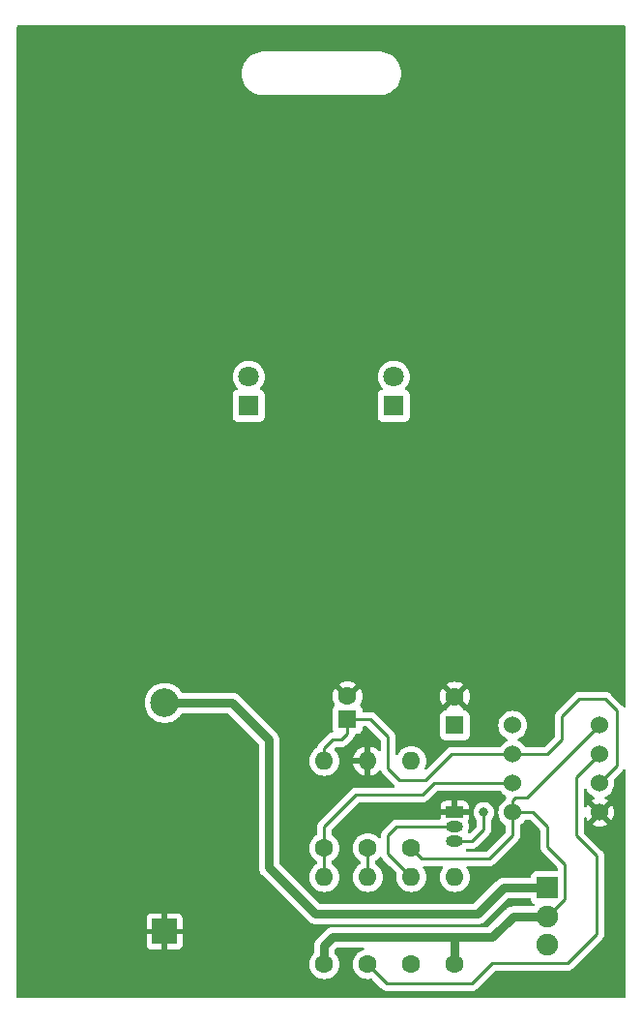
<source format=gbr>
%TF.GenerationSoftware,KiCad,Pcbnew,7.0.9*%
%TF.CreationDate,2023-12-18T18:13:51+05:30*%
%TF.ProjectId,555Badge,35353542-6164-4676-952e-6b696361645f,v01*%
%TF.SameCoordinates,Original*%
%TF.FileFunction,Copper,L1,Top*%
%TF.FilePolarity,Positive*%
%FSLAX46Y46*%
G04 Gerber Fmt 4.6, Leading zero omitted, Abs format (unit mm)*
G04 Created by KiCad (PCBNEW 7.0.9) date 2023-12-18 18:13:51*
%MOMM*%
%LPD*%
G01*
G04 APERTURE LIST*
%TA.AperFunction,ComponentPad*%
%ADD10R,1.600000X1.600000*%
%TD*%
%TA.AperFunction,ComponentPad*%
%ADD11C,1.600000*%
%TD*%
%TA.AperFunction,ComponentPad*%
%ADD12R,1.500000X1.000000*%
%TD*%
%TA.AperFunction,ComponentPad*%
%ADD13O,1.500000X1.000000*%
%TD*%
%TA.AperFunction,ComponentPad*%
%ADD14O,1.600000X1.600000*%
%TD*%
%TA.AperFunction,ComponentPad*%
%ADD15C,1.524000*%
%TD*%
%TA.AperFunction,ComponentPad*%
%ADD16R,1.800000X1.800000*%
%TD*%
%TA.AperFunction,ComponentPad*%
%ADD17C,1.800000*%
%TD*%
%TA.AperFunction,ComponentPad*%
%ADD18R,2.170000X2.170000*%
%TD*%
%TA.AperFunction,ComponentPad*%
%ADD19C,2.500000*%
%TD*%
%TA.AperFunction,ComponentPad*%
%ADD20R,1.900000X1.900000*%
%TD*%
%TA.AperFunction,ComponentPad*%
%ADD21C,1.900000*%
%TD*%
%TA.AperFunction,ViaPad*%
%ADD22C,0.800000*%
%TD*%
%TA.AperFunction,Conductor*%
%ADD23C,0.762000*%
%TD*%
%TA.AperFunction,Conductor*%
%ADD24C,0.254000*%
%TD*%
G04 APERTURE END LIST*
D10*
%TO.P,C1,1*%
%TO.N,Net-(U1-THRESH)*%
X156210000Y-102330000D03*
D11*
%TO.P,C1,2*%
%TO.N,GND*%
X156210000Y-100330000D03*
%TD*%
D12*
%TO.P,Q1,1,E*%
%TO.N,GND*%
X165608000Y-110490000D03*
D13*
%TO.P,Q1,2,B*%
%TO.N,Net-(Q1-B)*%
X165608000Y-111760000D03*
%TO.P,Q1,3,C*%
%TO.N,Net-(D1-K)*%
X165608000Y-113030000D03*
%TD*%
D11*
%TO.P,R6,1*%
%TO.N,VCC*%
X161798000Y-113618000D03*
D14*
%TO.P,R6,2*%
%TO.N,Net-(D1-A)*%
X161798000Y-105998000D03*
%TD*%
D10*
%TO.P,C2,1*%
%TO.N,Net-(C2-Pad1)*%
X165608000Y-102870000D03*
D11*
%TO.P,C2,2*%
%TO.N,GND*%
X165608000Y-100370000D03*
%TD*%
%TO.P,R7,1*%
%TO.N,VCC*%
X165608000Y-123778000D03*
D14*
%TO.P,R7,2*%
%TO.N,Net-(D2-A)*%
X165608000Y-116158000D03*
%TD*%
D11*
%TO.P,R3,1*%
%TO.N,Net-(U1-OUT)*%
X157988000Y-123778000D03*
D14*
%TO.P,R3,2*%
%TO.N,Net-(C2-Pad1)*%
X157988000Y-116158000D03*
%TD*%
D15*
%TO.P,U1,1,GND*%
%TO.N,GND*%
X178308000Y-110490000D03*
%TO.P,U1,2,~{TRIG}*%
%TO.N,Net-(U1-THRESH)*%
X178308000Y-107950000D03*
%TO.P,U1,3,OUT*%
%TO.N,Net-(U1-OUT)*%
X178308000Y-105410000D03*
%TO.P,U1,4,~{RST}*%
%TO.N,VCC*%
X178308000Y-102870000D03*
%TO.P,U1,5,CV*%
%TO.N,unconnected-(U1-CV-Pad5)*%
X170688000Y-102870000D03*
%TO.P,U1,6,THRESH*%
%TO.N,Net-(U1-THRESH)*%
X170688000Y-105410000D03*
%TO.P,U1,7,DIS*%
%TO.N,Net-(U1-DIS)*%
X170688000Y-107950000D03*
%TO.P,U1,8,VDD*%
%TO.N,VCC*%
X170688000Y-110490000D03*
%TD*%
D11*
%TO.P,R1,1*%
%TO.N,VCC*%
X154178000Y-123778000D03*
D14*
%TO.P,R1,2*%
%TO.N,Net-(U1-DIS)*%
X154178000Y-116158000D03*
%TD*%
D16*
%TO.P,D1,1,K*%
%TO.N,Net-(D1-K)*%
X147574000Y-74930000D03*
D17*
%TO.P,D1,2,A*%
%TO.N,Net-(D1-A)*%
X147574000Y-72390000D03*
%TD*%
D11*
%TO.P,R4,1*%
%TO.N,Net-(C2-Pad1)*%
X157988000Y-113618000D03*
D14*
%TO.P,R4,2*%
%TO.N,GND*%
X157988000Y-105998000D03*
%TD*%
D16*
%TO.P,D2,1,K*%
%TO.N,Net-(D1-K)*%
X160274000Y-74930000D03*
D17*
%TO.P,D2,2,A*%
%TO.N,Net-(D2-A)*%
X160274000Y-72390000D03*
%TD*%
D18*
%TO.P,BAT1,Neg*%
%TO.N,GND*%
X140208000Y-120918000D03*
D19*
%TO.P,BAT1,Pos*%
%TO.N,Net-(BAT1-PadPos)*%
X140208000Y-100918000D03*
%TD*%
D11*
%TO.P,R2,1*%
%TO.N,Net-(U1-DIS)*%
X154178000Y-113618000D03*
D14*
%TO.P,R2,2*%
%TO.N,Net-(U1-THRESH)*%
X154178000Y-105998000D03*
%TD*%
D20*
%TO.P,S1,1*%
%TO.N,Net-(BAT1-PadPos)*%
X173736000Y-117094000D03*
D21*
%TO.P,S1,2*%
%TO.N,VCC*%
X173736000Y-119594000D03*
%TO.P,S1,3*%
%TO.N,unconnected-(S1-Pad3)*%
X173736000Y-122094000D03*
%TD*%
D11*
%TO.P,R5,1*%
%TO.N,Net-(C2-Pad1)*%
X161798000Y-123778000D03*
D14*
%TO.P,R5,2*%
%TO.N,Net-(Q1-B)*%
X161798000Y-116158000D03*
%TD*%
D22*
%TO.N,Net-(D1-K)*%
X168148000Y-110490000D03*
%TD*%
D23*
%TO.N,Net-(BAT1-PadPos)*%
X167640000Y-119380000D02*
X169926000Y-117094000D01*
X146130000Y-100918000D02*
X149352000Y-104140000D01*
X149352000Y-115316000D02*
X153416000Y-119380000D01*
X169926000Y-117094000D02*
X173736000Y-117094000D01*
X140208000Y-100918000D02*
X146130000Y-100918000D01*
X149352000Y-104140000D02*
X149352000Y-115316000D01*
X153416000Y-119380000D02*
X167640000Y-119380000D01*
D24*
%TO.N,Net-(U1-THRESH)*%
X155702000Y-104140000D02*
X156210000Y-103632000D01*
X154178000Y-105998000D02*
X154178000Y-104902000D01*
X173736000Y-105410000D02*
X170688000Y-105410000D01*
X178816000Y-100584000D02*
X179832000Y-101600000D01*
X176530000Y-100584000D02*
X178816000Y-100584000D01*
X156210000Y-103632000D02*
X156210000Y-102330000D01*
X179832000Y-106426000D02*
X178308000Y-107950000D01*
X160782000Y-107696000D02*
X163068000Y-107696000D01*
X158210000Y-102330000D02*
X159766000Y-103886000D01*
X154940000Y-104140000D02*
X155702000Y-104140000D01*
X179832000Y-101600000D02*
X179832000Y-106426000D01*
X163068000Y-107696000D02*
X165354000Y-105410000D01*
X175006000Y-102108000D02*
X175006000Y-104140000D01*
X165354000Y-105410000D02*
X170688000Y-105410000D01*
X175006000Y-102108000D02*
X176530000Y-100584000D01*
X159766000Y-103886000D02*
X159766000Y-106680000D01*
X154178000Y-104902000D02*
X154940000Y-104140000D01*
X156210000Y-102330000D02*
X158210000Y-102330000D01*
X175006000Y-104140000D02*
X173736000Y-105410000D01*
X159766000Y-106680000D02*
X160782000Y-107696000D01*
%TO.N,Net-(C2-Pad1)*%
X157988000Y-116158000D02*
X157988000Y-113618000D01*
%TO.N,Net-(D1-K)*%
X165608000Y-113030000D02*
X167132000Y-113030000D01*
X168148000Y-112014000D02*
X168148000Y-110490000D01*
X167132000Y-113030000D02*
X168148000Y-112014000D01*
%TO.N,Net-(Q1-B)*%
X159766000Y-112522000D02*
X160528000Y-111760000D01*
X161798000Y-116158000D02*
X159766000Y-114126000D01*
X159766000Y-114126000D02*
X159766000Y-112522000D01*
X160528000Y-111760000D02*
X165608000Y-111760000D01*
%TO.N,VCC*%
X170942000Y-109220000D02*
X171958000Y-109220000D01*
X175260000Y-115062000D02*
X175260000Y-118070000D01*
X175260000Y-118070000D02*
X173736000Y-119594000D01*
X170688000Y-110490000D02*
X172466000Y-110490000D01*
D23*
X168910000Y-121412000D02*
X170728000Y-119594000D01*
X165608000Y-121412000D02*
X168910000Y-121412000D01*
D24*
X168656000Y-114554000D02*
X170688000Y-112522000D01*
X162734000Y-114554000D02*
X168656000Y-114554000D01*
D23*
X154178000Y-123778000D02*
X154178000Y-122174000D01*
D24*
X173736000Y-113538000D02*
X175260000Y-115062000D01*
X173736000Y-111760000D02*
X173736000Y-113538000D01*
X170688000Y-112522000D02*
X170688000Y-110490000D01*
X171958000Y-109220000D02*
X178308000Y-102870000D01*
X170688000Y-109474000D02*
X170942000Y-109220000D01*
D23*
X154940000Y-121412000D02*
X165608000Y-121412000D01*
X165608000Y-123778000D02*
X165608000Y-121412000D01*
D24*
X170688000Y-110490000D02*
X170688000Y-109474000D01*
D23*
X154178000Y-122174000D02*
X154940000Y-121412000D01*
D24*
X161798000Y-113618000D02*
X162734000Y-114554000D01*
D23*
X170728000Y-119594000D02*
X173736000Y-119594000D01*
D24*
X172466000Y-110490000D02*
X173736000Y-111760000D01*
%TO.N,Net-(U1-DIS)*%
X154178000Y-116158000D02*
X154178000Y-113618000D01*
X163830000Y-107950000D02*
X170688000Y-107950000D01*
X162814000Y-108966000D02*
X163830000Y-107950000D01*
X154178000Y-111760000D02*
X156972000Y-108966000D01*
X154178000Y-113618000D02*
X154178000Y-111760000D01*
X156972000Y-108966000D02*
X162814000Y-108966000D01*
%TO.N,Net-(U1-OUT)*%
X178054000Y-121158000D02*
X175514000Y-123698000D01*
X178308000Y-105410000D02*
X176276000Y-107442000D01*
X176276000Y-112522000D02*
X178054000Y-114300000D01*
X178054000Y-114300000D02*
X178054000Y-121158000D01*
X168910000Y-123698000D02*
X167132000Y-125476000D01*
X159686000Y-125476000D02*
X157988000Y-123778000D01*
X175514000Y-123698000D02*
X168910000Y-123698000D01*
X167132000Y-125476000D02*
X159686000Y-125476000D01*
X176276000Y-107442000D02*
X176276000Y-112522000D01*
%TD*%
%TA.AperFunction,Conductor*%
%TO.N,GND*%
G36*
X180537039Y-41675685D02*
G01*
X180582794Y-41728489D01*
X180594000Y-41780000D01*
X180594000Y-101199604D01*
X180574315Y-101266643D01*
X180521511Y-101312398D01*
X180452353Y-101322342D01*
X180388797Y-101293317D01*
X180369683Y-101272491D01*
X180358771Y-101257472D01*
X180355567Y-101252596D01*
X180331763Y-101212344D01*
X180331761Y-101212342D01*
X180331759Y-101212339D01*
X180317531Y-101198112D01*
X180304896Y-101183320D01*
X180293063Y-101167033D01*
X180293060Y-101167031D01*
X180293060Y-101167030D01*
X180293059Y-101167029D01*
X180257035Y-101137228D01*
X180252713Y-101133294D01*
X179318376Y-100198957D01*
X179308531Y-100186668D01*
X179308313Y-100186849D01*
X179303340Y-100180838D01*
X179292611Y-100170763D01*
X179252741Y-100133322D01*
X179242268Y-100122849D01*
X179231797Y-100112377D01*
X179226296Y-100108111D01*
X179221848Y-100104312D01*
X179187768Y-100072308D01*
X179187763Y-100072304D01*
X179170122Y-100062606D01*
X179153857Y-100051922D01*
X179137963Y-100039593D01*
X179137962Y-100039592D01*
X179122804Y-100033032D01*
X179095054Y-100021023D01*
X179089807Y-100018453D01*
X179048837Y-99995929D01*
X179048828Y-99995926D01*
X179029334Y-99990920D01*
X179010933Y-99984620D01*
X178992459Y-99976626D01*
X178992452Y-99976624D01*
X178946287Y-99969313D01*
X178940563Y-99968128D01*
X178895279Y-99956500D01*
X178895272Y-99956500D01*
X178875142Y-99956500D01*
X178855743Y-99954973D01*
X178835868Y-99951825D01*
X178835867Y-99951825D01*
X178789321Y-99956225D01*
X178783483Y-99956500D01*
X176612965Y-99956500D01*
X176597314Y-99954772D01*
X176597288Y-99955054D01*
X176589525Y-99954319D01*
X176520154Y-99956500D01*
X176490521Y-99956500D01*
X176483607Y-99957373D01*
X176477790Y-99957830D01*
X176431058Y-99959299D01*
X176431054Y-99959300D01*
X176411722Y-99964916D01*
X176392682Y-99968859D01*
X176372708Y-99971383D01*
X176372701Y-99971385D01*
X176329239Y-99988592D01*
X176323712Y-99990485D01*
X176278809Y-100003531D01*
X176278808Y-100003531D01*
X176261474Y-100013782D01*
X176244012Y-100022336D01*
X176225300Y-100029745D01*
X176225295Y-100029748D01*
X176187473Y-100057226D01*
X176182591Y-100060433D01*
X176142341Y-100084238D01*
X176128107Y-100098472D01*
X176113318Y-100111104D01*
X176097032Y-100122937D01*
X176067227Y-100158963D01*
X176063295Y-100163285D01*
X174620953Y-101605626D01*
X174608669Y-101615469D01*
X174608849Y-101615687D01*
X174602838Y-101620659D01*
X174555322Y-101671258D01*
X174534375Y-101692205D01*
X174530106Y-101697709D01*
X174526315Y-101702147D01*
X174494308Y-101736230D01*
X174494305Y-101736234D01*
X174484606Y-101753877D01*
X174473928Y-101770133D01*
X174461594Y-101786034D01*
X174461589Y-101786042D01*
X174443025Y-101828943D01*
X174440454Y-101834191D01*
X174417927Y-101875167D01*
X174412920Y-101894668D01*
X174406621Y-101913064D01*
X174400662Y-101926838D01*
X174398625Y-101931544D01*
X174398624Y-101931546D01*
X174391312Y-101977716D01*
X174390127Y-101983438D01*
X174378500Y-102028723D01*
X174378500Y-102048858D01*
X174376973Y-102068255D01*
X174373825Y-102088133D01*
X174376080Y-102111985D01*
X174378225Y-102134677D01*
X174378500Y-102140515D01*
X174378500Y-103828719D01*
X174358815Y-103895758D01*
X174342181Y-103916400D01*
X173512400Y-104746181D01*
X173451077Y-104779666D01*
X173424719Y-104782500D01*
X171854399Y-104782500D01*
X171787360Y-104762815D01*
X171752824Y-104729623D01*
X171658827Y-104595381D01*
X171584500Y-104521054D01*
X171502620Y-104439174D01*
X171502616Y-104439171D01*
X171502615Y-104439170D01*
X171321666Y-104312468D01*
X171321658Y-104312464D01*
X171192811Y-104252382D01*
X171140371Y-104206210D01*
X171121219Y-104139017D01*
X171141435Y-104072135D01*
X171192811Y-104027618D01*
X171205515Y-104021694D01*
X171321662Y-103967534D01*
X171502620Y-103840826D01*
X171658826Y-103684620D01*
X171785534Y-103503662D01*
X171878894Y-103303450D01*
X171936070Y-103090068D01*
X171955323Y-102870000D01*
X171936070Y-102649932D01*
X171878894Y-102436550D01*
X171785534Y-102236339D01*
X171681760Y-102088133D01*
X171658827Y-102055381D01*
X171581162Y-101977716D01*
X171502620Y-101899174D01*
X171502616Y-101899171D01*
X171502615Y-101899170D01*
X171321666Y-101772468D01*
X171321662Y-101772466D01*
X171300131Y-101762426D01*
X171121450Y-101679106D01*
X171121447Y-101679105D01*
X171121445Y-101679104D01*
X170908070Y-101621930D01*
X170908062Y-101621929D01*
X170688002Y-101602677D01*
X170687998Y-101602677D01*
X170467937Y-101621929D01*
X170467929Y-101621930D01*
X170254554Y-101679104D01*
X170254550Y-101679106D01*
X170246596Y-101682815D01*
X170054340Y-101772465D01*
X170054338Y-101772466D01*
X169873377Y-101899175D01*
X169717175Y-102055377D01*
X169590466Y-102236338D01*
X169590465Y-102236340D01*
X169497107Y-102436548D01*
X169497104Y-102436554D01*
X169439930Y-102649929D01*
X169439929Y-102649937D01*
X169420677Y-102869997D01*
X169420677Y-102870002D01*
X169439929Y-103090062D01*
X169439930Y-103090070D01*
X169497104Y-103303445D01*
X169497105Y-103303447D01*
X169497106Y-103303450D01*
X169587984Y-103498339D01*
X169590466Y-103503662D01*
X169590468Y-103503666D01*
X169717170Y-103684615D01*
X169717175Y-103684621D01*
X169873378Y-103840824D01*
X169873384Y-103840829D01*
X170054333Y-103967531D01*
X170054335Y-103967532D01*
X170054338Y-103967534D01*
X170170485Y-104021694D01*
X170183189Y-104027618D01*
X170235628Y-104073790D01*
X170254780Y-104140984D01*
X170234564Y-104207865D01*
X170183189Y-104252382D01*
X170054340Y-104312465D01*
X170054338Y-104312466D01*
X169873377Y-104439175D01*
X169717174Y-104595378D01*
X169623176Y-104729623D01*
X169568599Y-104773248D01*
X169521601Y-104782500D01*
X165436967Y-104782500D01*
X165421319Y-104780772D01*
X165421293Y-104781054D01*
X165413525Y-104780319D01*
X165344154Y-104782500D01*
X165314521Y-104782500D01*
X165307607Y-104783373D01*
X165301790Y-104783830D01*
X165255058Y-104785299D01*
X165255054Y-104785300D01*
X165235722Y-104790916D01*
X165216682Y-104794859D01*
X165196712Y-104797382D01*
X165196708Y-104797383D01*
X165153237Y-104814594D01*
X165147710Y-104816486D01*
X165102812Y-104829530D01*
X165102805Y-104829533D01*
X165085480Y-104839779D01*
X165068010Y-104848337D01*
X165049298Y-104855745D01*
X165011463Y-104883233D01*
X165006580Y-104886440D01*
X164966346Y-104910234D01*
X164952106Y-104924474D01*
X164937320Y-104937102D01*
X164921033Y-104948936D01*
X164921032Y-104948936D01*
X164891227Y-104984963D01*
X164887295Y-104989284D01*
X163166088Y-106710492D01*
X163104765Y-106743977D01*
X163035073Y-106738993D01*
X162979140Y-106697121D01*
X162954723Y-106631657D01*
X162966024Y-106570408D01*
X163024739Y-106444496D01*
X163083635Y-106224692D01*
X163103468Y-105998000D01*
X163083635Y-105771308D01*
X163024739Y-105551504D01*
X162928568Y-105345266D01*
X162798047Y-105158861D01*
X162798045Y-105158858D01*
X162637141Y-104997954D01*
X162450734Y-104867432D01*
X162450732Y-104867431D01*
X162244497Y-104771261D01*
X162244488Y-104771258D01*
X162024697Y-104712366D01*
X162024693Y-104712365D01*
X162024692Y-104712365D01*
X162024691Y-104712364D01*
X162024686Y-104712364D01*
X161798002Y-104692532D01*
X161797998Y-104692532D01*
X161571313Y-104712364D01*
X161571302Y-104712366D01*
X161351511Y-104771258D01*
X161351502Y-104771261D01*
X161145267Y-104867431D01*
X161145265Y-104867432D01*
X160958858Y-104997954D01*
X160797954Y-105158858D01*
X160667432Y-105345265D01*
X160667431Y-105345267D01*
X160629882Y-105425792D01*
X160583709Y-105478231D01*
X160516516Y-105497383D01*
X160449635Y-105477167D01*
X160404300Y-105424002D01*
X160393500Y-105373387D01*
X160393500Y-103968964D01*
X160395228Y-103953314D01*
X160394946Y-103953288D01*
X160395680Y-103945525D01*
X160395066Y-103926002D01*
X160393500Y-103876154D01*
X160393500Y-103846524D01*
X160392627Y-103839614D01*
X160392168Y-103833785D01*
X160390700Y-103787057D01*
X160387918Y-103777482D01*
X160385082Y-103767720D01*
X160381138Y-103748674D01*
X160378616Y-103728707D01*
X160361402Y-103685231D01*
X160359513Y-103679710D01*
X160346468Y-103634808D01*
X160336225Y-103617489D01*
X160327662Y-103600011D01*
X160320253Y-103581297D01*
X160320253Y-103581296D01*
X160292771Y-103543472D01*
X160289567Y-103538596D01*
X160265763Y-103498344D01*
X160265761Y-103498342D01*
X160265759Y-103498339D01*
X160251531Y-103484112D01*
X160238896Y-103469320D01*
X160227063Y-103453033D01*
X160227060Y-103453031D01*
X160227060Y-103453030D01*
X160227059Y-103453029D01*
X160191035Y-103423228D01*
X160186713Y-103419294D01*
X158712376Y-101944957D01*
X158702531Y-101932668D01*
X158702313Y-101932849D01*
X158697340Y-101926838D01*
X158682681Y-101913072D01*
X158646741Y-101879322D01*
X158636268Y-101868849D01*
X158625797Y-101858377D01*
X158620296Y-101854111D01*
X158615848Y-101850312D01*
X158581768Y-101818308D01*
X158581763Y-101818304D01*
X158564122Y-101808606D01*
X158547857Y-101797922D01*
X158531963Y-101785593D01*
X158531962Y-101785592D01*
X158516804Y-101779032D01*
X158489054Y-101767023D01*
X158483807Y-101764453D01*
X158442837Y-101741929D01*
X158442828Y-101741926D01*
X158423334Y-101736920D01*
X158404933Y-101730620D01*
X158386459Y-101722626D01*
X158386452Y-101722624D01*
X158340287Y-101715313D01*
X158334563Y-101714128D01*
X158289279Y-101702500D01*
X158289272Y-101702500D01*
X158269142Y-101702500D01*
X158249743Y-101700973D01*
X158229868Y-101697825D01*
X158229867Y-101697825D01*
X158183321Y-101702225D01*
X158177483Y-101702500D01*
X157634499Y-101702500D01*
X157567460Y-101682815D01*
X157521705Y-101630011D01*
X157510499Y-101578500D01*
X157510499Y-101482129D01*
X157510498Y-101482123D01*
X157510497Y-101482116D01*
X157504091Y-101422517D01*
X157467005Y-101323085D01*
X157453797Y-101287671D01*
X157453793Y-101287664D01*
X157396776Y-101211500D01*
X157367546Y-101172454D01*
X157358449Y-101165644D01*
X157316581Y-101109710D01*
X157311599Y-101040018D01*
X157331191Y-100995253D01*
X157340134Y-100982481D01*
X157436265Y-100776326D01*
X157436269Y-100776317D01*
X157495139Y-100556610D01*
X157495141Y-100556599D01*
X157511466Y-100370002D01*
X164303034Y-100370002D01*
X164322858Y-100596599D01*
X164322860Y-100596610D01*
X164381730Y-100816317D01*
X164381734Y-100816326D01*
X164477865Y-101022481D01*
X164477866Y-101022483D01*
X164528973Y-101095471D01*
X164528974Y-101095472D01*
X165210046Y-100414399D01*
X165222835Y-100495148D01*
X165280359Y-100608045D01*
X165369955Y-100697641D01*
X165482852Y-100755165D01*
X165563599Y-100767953D01*
X164877351Y-101454200D01*
X164867505Y-101503194D01*
X164818889Y-101553376D01*
X164763367Y-101568048D01*
X164763423Y-101569099D01*
X164763429Y-101569146D01*
X164763426Y-101569146D01*
X164763436Y-101569324D01*
X164760123Y-101569501D01*
X164700516Y-101575908D01*
X164565671Y-101626202D01*
X164565664Y-101626206D01*
X164450455Y-101712452D01*
X164450452Y-101712455D01*
X164364206Y-101827664D01*
X164364202Y-101827671D01*
X164313908Y-101962517D01*
X164307501Y-102022116D01*
X164307501Y-102022123D01*
X164307500Y-102022135D01*
X164307500Y-103717870D01*
X164307501Y-103717876D01*
X164313908Y-103777483D01*
X164364202Y-103912328D01*
X164364206Y-103912335D01*
X164450452Y-104027544D01*
X164450455Y-104027547D01*
X164565664Y-104113793D01*
X164565671Y-104113797D01*
X164700517Y-104164091D01*
X164700516Y-104164091D01*
X164707444Y-104164835D01*
X164760127Y-104170500D01*
X166455872Y-104170499D01*
X166515483Y-104164091D01*
X166650331Y-104113796D01*
X166765546Y-104027546D01*
X166851796Y-103912331D01*
X166902091Y-103777483D01*
X166908500Y-103717873D01*
X166908499Y-102022128D01*
X166902091Y-101962517D01*
X166891930Y-101935275D01*
X166851797Y-101827671D01*
X166851793Y-101827664D01*
X166765547Y-101712455D01*
X166765544Y-101712452D01*
X166650335Y-101626206D01*
X166650328Y-101626202D01*
X166515482Y-101575908D01*
X166515483Y-101575908D01*
X166455883Y-101569501D01*
X166455881Y-101569500D01*
X166455873Y-101569500D01*
X166455864Y-101569500D01*
X166452548Y-101569322D01*
X166452627Y-101567847D01*
X166391215Y-101549815D01*
X166345460Y-101497011D01*
X166337969Y-101453522D01*
X165652401Y-100767953D01*
X165733148Y-100755165D01*
X165846045Y-100697641D01*
X165935641Y-100608045D01*
X165993165Y-100495148D01*
X166005953Y-100414400D01*
X166687025Y-101095472D01*
X166738136Y-101022478D01*
X166834264Y-100816331D01*
X166834269Y-100816317D01*
X166893139Y-100596610D01*
X166893141Y-100596599D01*
X166912966Y-100370002D01*
X166912966Y-100369997D01*
X166893141Y-100143400D01*
X166893139Y-100143389D01*
X166834269Y-99923682D01*
X166834265Y-99923673D01*
X166738133Y-99717516D01*
X166738131Y-99717512D01*
X166687026Y-99644526D01*
X166687025Y-99644526D01*
X166005953Y-100325598D01*
X165993165Y-100244852D01*
X165935641Y-100131955D01*
X165846045Y-100042359D01*
X165733148Y-99984835D01*
X165652400Y-99972046D01*
X166333472Y-99290974D01*
X166333471Y-99290973D01*
X166260483Y-99239866D01*
X166260481Y-99239865D01*
X166054326Y-99143734D01*
X166054317Y-99143730D01*
X165834610Y-99084860D01*
X165834599Y-99084858D01*
X165608002Y-99065034D01*
X165607998Y-99065034D01*
X165381400Y-99084858D01*
X165381389Y-99084860D01*
X165161682Y-99143730D01*
X165161673Y-99143734D01*
X164955513Y-99239868D01*
X164882527Y-99290972D01*
X164882526Y-99290973D01*
X165563600Y-99972046D01*
X165482852Y-99984835D01*
X165369955Y-100042359D01*
X165280359Y-100131955D01*
X165222835Y-100244852D01*
X165210046Y-100325599D01*
X164528973Y-99644526D01*
X164528972Y-99644527D01*
X164477868Y-99717513D01*
X164381734Y-99923673D01*
X164381730Y-99923682D01*
X164322860Y-100143389D01*
X164322858Y-100143400D01*
X164303034Y-100369997D01*
X164303034Y-100370002D01*
X157511466Y-100370002D01*
X157514966Y-100330002D01*
X157514966Y-100329997D01*
X157495141Y-100103400D01*
X157495139Y-100103389D01*
X157436269Y-99883682D01*
X157436265Y-99883673D01*
X157340133Y-99677516D01*
X157340131Y-99677512D01*
X157289025Y-99604526D01*
X156607953Y-100285598D01*
X156595165Y-100204852D01*
X156537641Y-100091955D01*
X156448045Y-100002359D01*
X156335148Y-99944835D01*
X156254400Y-99932046D01*
X156935472Y-99250974D01*
X156935471Y-99250973D01*
X156862483Y-99199866D01*
X156862481Y-99199865D01*
X156656326Y-99103734D01*
X156656317Y-99103730D01*
X156436610Y-99044860D01*
X156436599Y-99044858D01*
X156210002Y-99025034D01*
X156209998Y-99025034D01*
X155983400Y-99044858D01*
X155983389Y-99044860D01*
X155763682Y-99103730D01*
X155763673Y-99103734D01*
X155557513Y-99199868D01*
X155484527Y-99250972D01*
X155484526Y-99250973D01*
X156165600Y-99932046D01*
X156084852Y-99944835D01*
X155971955Y-100002359D01*
X155882359Y-100091955D01*
X155824835Y-100204852D01*
X155812046Y-100285600D01*
X155130973Y-99604527D01*
X155079868Y-99677513D01*
X154983734Y-99883673D01*
X154983730Y-99883682D01*
X154924860Y-100103389D01*
X154924858Y-100103400D01*
X154905034Y-100329997D01*
X154905034Y-100330002D01*
X154924858Y-100556599D01*
X154924860Y-100556610D01*
X154983730Y-100776317D01*
X154983734Y-100776326D01*
X155079865Y-100982481D01*
X155079868Y-100982485D01*
X155088812Y-100995260D01*
X155111138Y-101061467D01*
X155094125Y-101129234D01*
X155061549Y-101165645D01*
X155052456Y-101172452D01*
X155052451Y-101172457D01*
X154966206Y-101287664D01*
X154966202Y-101287671D01*
X154915908Y-101422517D01*
X154912397Y-101455180D01*
X154909501Y-101482123D01*
X154909500Y-101482135D01*
X154909500Y-103177870D01*
X154909501Y-103177876D01*
X154915909Y-103237484D01*
X154957094Y-103347910D01*
X154962078Y-103417602D01*
X154928592Y-103478924D01*
X154867269Y-103512409D01*
X154844809Y-103515181D01*
X154841060Y-103515298D01*
X154841054Y-103515299D01*
X154821719Y-103520916D01*
X154802680Y-103524859D01*
X154782715Y-103527382D01*
X154782701Y-103527385D01*
X154739235Y-103544594D01*
X154733710Y-103546485D01*
X154688809Y-103559531D01*
X154688806Y-103559533D01*
X154671480Y-103569779D01*
X154654010Y-103578337D01*
X154635298Y-103585745D01*
X154597463Y-103613233D01*
X154592580Y-103616440D01*
X154552346Y-103640234D01*
X154538106Y-103654474D01*
X154523320Y-103667102D01*
X154507033Y-103678936D01*
X154507032Y-103678936D01*
X154477227Y-103714963D01*
X154473295Y-103719285D01*
X153792953Y-104399626D01*
X153780669Y-104409469D01*
X153780849Y-104409687D01*
X153774838Y-104414659D01*
X153727322Y-104465258D01*
X153706375Y-104486205D01*
X153702106Y-104491709D01*
X153698315Y-104496147D01*
X153666308Y-104530230D01*
X153666305Y-104530234D01*
X153656606Y-104547877D01*
X153645928Y-104564133D01*
X153633594Y-104580034D01*
X153633589Y-104580042D01*
X153615025Y-104622943D01*
X153612454Y-104628191D01*
X153589927Y-104669167D01*
X153584920Y-104688668D01*
X153578621Y-104707064D01*
X153573402Y-104719127D01*
X153570625Y-104725544D01*
X153570625Y-104725546D01*
X153563312Y-104771717D01*
X153562127Y-104777439D01*
X153553443Y-104811260D01*
X153517706Y-104871298D01*
X153504462Y-104881998D01*
X153338859Y-104997953D01*
X153177954Y-105158858D01*
X153047432Y-105345265D01*
X153047431Y-105345267D01*
X152951261Y-105551502D01*
X152951258Y-105551511D01*
X152892366Y-105771302D01*
X152892364Y-105771313D01*
X152872532Y-105997998D01*
X152872532Y-105998001D01*
X152892364Y-106224686D01*
X152892366Y-106224697D01*
X152951258Y-106444488D01*
X152951261Y-106444497D01*
X153047431Y-106650732D01*
X153047432Y-106650734D01*
X153177954Y-106837141D01*
X153338858Y-106998045D01*
X153338861Y-106998047D01*
X153525266Y-107128568D01*
X153731504Y-107224739D01*
X153951308Y-107283635D01*
X154113230Y-107297801D01*
X154177998Y-107303468D01*
X154178000Y-107303468D01*
X154178002Y-107303468D01*
X154234673Y-107298509D01*
X154404692Y-107283635D01*
X154624496Y-107224739D01*
X154830734Y-107128568D01*
X155017139Y-106998047D01*
X155178047Y-106837139D01*
X155308568Y-106650734D01*
X155404739Y-106444496D01*
X155463635Y-106224692D01*
X155483468Y-105998000D01*
X155463635Y-105771308D01*
X155404739Y-105551504D01*
X155308568Y-105345266D01*
X155226952Y-105228705D01*
X155178048Y-105158862D01*
X155142640Y-105123454D01*
X155080981Y-105061795D01*
X155047498Y-105000475D01*
X155052482Y-104930783D01*
X155080980Y-104886438D01*
X155163601Y-104803817D01*
X155224924Y-104770334D01*
X155251281Y-104767500D01*
X155619033Y-104767500D01*
X155634681Y-104769227D01*
X155634708Y-104768946D01*
X155642475Y-104769680D01*
X155642476Y-104769679D01*
X155642477Y-104769680D01*
X155711860Y-104767500D01*
X155741476Y-104767500D01*
X155748378Y-104766627D01*
X155754190Y-104766169D01*
X155800943Y-104764701D01*
X155820272Y-104759084D01*
X155839328Y-104755137D01*
X155859293Y-104752616D01*
X155902770Y-104735401D01*
X155908276Y-104733516D01*
X155953191Y-104720468D01*
X155970515Y-104710221D01*
X155987983Y-104701663D01*
X156006703Y-104694253D01*
X156044542Y-104666759D01*
X156049391Y-104663574D01*
X156089656Y-104639763D01*
X156103897Y-104625520D01*
X156118678Y-104612897D01*
X156134967Y-104601063D01*
X156134969Y-104601059D01*
X156134971Y-104601059D01*
X156146845Y-104586703D01*
X156164776Y-104565028D01*
X156168689Y-104560728D01*
X156595043Y-104134374D01*
X156607325Y-104124537D01*
X156607144Y-104124318D01*
X156613152Y-104119346D01*
X156613162Y-104119340D01*
X156660677Y-104068741D01*
X156681623Y-104047796D01*
X156685892Y-104042290D01*
X156689676Y-104037859D01*
X156721693Y-104003767D01*
X156731389Y-103986128D01*
X156742073Y-103969861D01*
X156754408Y-103953962D01*
X156772978Y-103911046D01*
X156775534Y-103905827D01*
X156798072Y-103864834D01*
X156803078Y-103845334D01*
X156809382Y-103826924D01*
X156817370Y-103808465D01*
X156817373Y-103808459D01*
X156822279Y-103777482D01*
X156824687Y-103762280D01*
X156825867Y-103756574D01*
X156834319Y-103723657D01*
X156870059Y-103663622D01*
X156932583Y-103632437D01*
X156954423Y-103630499D01*
X157057871Y-103630499D01*
X157057872Y-103630499D01*
X157117483Y-103624091D01*
X157252331Y-103573796D01*
X157367546Y-103487546D01*
X157453796Y-103372331D01*
X157504091Y-103237483D01*
X157510500Y-103177873D01*
X157510500Y-103081500D01*
X157530185Y-103014461D01*
X157582989Y-102968706D01*
X157634500Y-102957500D01*
X157898719Y-102957500D01*
X157965758Y-102977185D01*
X157986400Y-102993819D01*
X159102181Y-104109600D01*
X159135666Y-104170923D01*
X159138500Y-104197281D01*
X159138500Y-105010660D01*
X159118815Y-105077699D01*
X159066011Y-105123454D01*
X158996853Y-105133398D01*
X158933297Y-105104373D01*
X158926819Y-105098341D01*
X158826820Y-104998342D01*
X158640482Y-104867865D01*
X158434328Y-104771734D01*
X158238000Y-104719127D01*
X158238000Y-105682314D01*
X158226045Y-105670359D01*
X158113148Y-105612835D01*
X158019481Y-105598000D01*
X157956519Y-105598000D01*
X157862852Y-105612835D01*
X157749955Y-105670359D01*
X157738000Y-105682314D01*
X157738000Y-104719127D01*
X157541671Y-104771734D01*
X157335517Y-104867865D01*
X157149179Y-104998342D01*
X156988342Y-105159179D01*
X156857865Y-105345517D01*
X156761734Y-105551673D01*
X156761730Y-105551682D01*
X156709127Y-105747999D01*
X156709128Y-105748000D01*
X157672314Y-105748000D01*
X157660359Y-105759955D01*
X157602835Y-105872852D01*
X157583014Y-105998000D01*
X157602835Y-106123148D01*
X157660359Y-106236045D01*
X157672314Y-106248000D01*
X156709128Y-106248000D01*
X156761730Y-106444317D01*
X156761734Y-106444326D01*
X156857865Y-106650482D01*
X156988342Y-106836820D01*
X157149179Y-106997657D01*
X157335517Y-107128134D01*
X157541673Y-107224265D01*
X157541682Y-107224269D01*
X157737999Y-107276872D01*
X157738000Y-107276871D01*
X157738000Y-106313686D01*
X157749955Y-106325641D01*
X157862852Y-106383165D01*
X157956519Y-106398000D01*
X158019481Y-106398000D01*
X158113148Y-106383165D01*
X158226045Y-106325641D01*
X158238000Y-106313686D01*
X158238000Y-107276872D01*
X158434317Y-107224269D01*
X158434326Y-107224265D01*
X158640482Y-107128134D01*
X158826816Y-106997660D01*
X158971478Y-106852998D01*
X159032801Y-106819513D01*
X159102493Y-106824497D01*
X159158427Y-106866368D01*
X159178236Y-106906081D01*
X159185531Y-106931190D01*
X159195777Y-106948515D01*
X159204335Y-106965985D01*
X159211745Y-106984701D01*
X159239229Y-107022529D01*
X159242437Y-107027413D01*
X159266234Y-107067652D01*
X159266240Y-107067660D01*
X159280469Y-107081888D01*
X159293109Y-107096687D01*
X159304934Y-107112964D01*
X159304936Y-107112965D01*
X159304937Y-107112967D01*
X159332030Y-107135380D01*
X159340957Y-107142765D01*
X159345268Y-107146687D01*
X159816938Y-107618357D01*
X160279624Y-108081043D01*
X160289471Y-108093333D01*
X160289689Y-108093154D01*
X160294657Y-108099160D01*
X160321224Y-108124108D01*
X160356619Y-108184350D01*
X160353825Y-108254163D01*
X160313731Y-108311384D01*
X160249066Y-108337845D01*
X160236340Y-108338500D01*
X157054967Y-108338500D01*
X157039318Y-108336772D01*
X157039292Y-108337054D01*
X157031524Y-108336319D01*
X156962141Y-108338500D01*
X156932522Y-108338500D01*
X156925618Y-108339371D01*
X156919800Y-108339829D01*
X156873060Y-108341298D01*
X156873054Y-108341299D01*
X156853719Y-108346916D01*
X156834680Y-108350859D01*
X156814715Y-108353382D01*
X156814701Y-108353385D01*
X156771235Y-108370594D01*
X156765710Y-108372485D01*
X156720809Y-108385531D01*
X156720806Y-108385533D01*
X156703480Y-108395779D01*
X156686010Y-108404337D01*
X156667298Y-108411745D01*
X156629463Y-108439233D01*
X156624580Y-108442440D01*
X156584346Y-108466234D01*
X156570106Y-108480474D01*
X156555320Y-108493102D01*
X156539033Y-108504936D01*
X156539032Y-108504936D01*
X156509227Y-108540963D01*
X156505295Y-108545285D01*
X153792953Y-111257626D01*
X153780669Y-111267469D01*
X153780849Y-111267687D01*
X153774838Y-111272659D01*
X153727322Y-111323258D01*
X153706375Y-111344205D01*
X153702106Y-111349709D01*
X153698315Y-111354147D01*
X153666308Y-111388230D01*
X153666305Y-111388234D01*
X153656606Y-111405877D01*
X153645928Y-111422133D01*
X153633594Y-111438034D01*
X153633589Y-111438042D01*
X153615025Y-111480943D01*
X153612454Y-111486191D01*
X153589927Y-111527167D01*
X153584920Y-111546668D01*
X153578621Y-111565064D01*
X153571893Y-111580612D01*
X153570625Y-111583544D01*
X153570624Y-111583546D01*
X153563312Y-111629716D01*
X153562127Y-111635438D01*
X153550500Y-111680723D01*
X153550500Y-111700858D01*
X153548973Y-111720257D01*
X153545825Y-111740131D01*
X153550225Y-111786677D01*
X153550500Y-111792515D01*
X153550500Y-112405212D01*
X153530815Y-112472251D01*
X153497623Y-112506787D01*
X153338858Y-112617954D01*
X153177954Y-112778858D01*
X153047432Y-112965265D01*
X153047431Y-112965267D01*
X152951261Y-113171502D01*
X152951258Y-113171511D01*
X152892366Y-113391302D01*
X152892364Y-113391313D01*
X152872532Y-113617998D01*
X152872532Y-113618001D01*
X152892364Y-113844686D01*
X152892366Y-113844697D01*
X152951258Y-114064488D01*
X152951261Y-114064497D01*
X153047431Y-114270732D01*
X153047432Y-114270734D01*
X153177954Y-114457141D01*
X153338858Y-114618045D01*
X153497623Y-114729212D01*
X153541248Y-114783788D01*
X153550500Y-114830787D01*
X153550500Y-114945212D01*
X153530815Y-115012251D01*
X153497623Y-115046787D01*
X153338858Y-115157954D01*
X153177954Y-115318858D01*
X153047432Y-115505265D01*
X153047431Y-115505267D01*
X152951261Y-115711502D01*
X152951258Y-115711511D01*
X152892366Y-115931302D01*
X152892364Y-115931313D01*
X152872532Y-116157998D01*
X152872532Y-116158001D01*
X152892364Y-116384686D01*
X152892366Y-116384697D01*
X152951258Y-116604488D01*
X152951261Y-116604497D01*
X153047431Y-116810732D01*
X153047432Y-116810734D01*
X153177954Y-116997141D01*
X153338858Y-117158045D01*
X153338861Y-117158047D01*
X153525266Y-117288568D01*
X153731504Y-117384739D01*
X153951308Y-117443635D01*
X154113230Y-117457801D01*
X154177998Y-117463468D01*
X154178000Y-117463468D01*
X154178002Y-117463468D01*
X154234673Y-117458509D01*
X154404692Y-117443635D01*
X154624496Y-117384739D01*
X154830734Y-117288568D01*
X155017139Y-117158047D01*
X155178047Y-116997139D01*
X155308568Y-116810734D01*
X155404739Y-116604496D01*
X155463635Y-116384692D01*
X155483468Y-116158000D01*
X155463635Y-115931308D01*
X155404739Y-115711504D01*
X155308568Y-115505266D01*
X155178047Y-115318861D01*
X155178045Y-115318858D01*
X155017141Y-115157954D01*
X154858377Y-115046787D01*
X154814752Y-114992210D01*
X154805500Y-114945212D01*
X154805500Y-114830787D01*
X154825185Y-114763748D01*
X154858377Y-114729212D01*
X154879267Y-114714585D01*
X155017139Y-114618047D01*
X155178047Y-114457139D01*
X155308568Y-114270734D01*
X155404739Y-114064496D01*
X155463635Y-113844692D01*
X155483468Y-113618000D01*
X155480515Y-113584252D01*
X155470772Y-113472881D01*
X155463635Y-113391308D01*
X155404739Y-113171504D01*
X155308568Y-112965266D01*
X155178047Y-112778861D01*
X155178045Y-112778858D01*
X155017141Y-112617954D01*
X154858377Y-112506787D01*
X154814752Y-112452210D01*
X154805500Y-112405212D01*
X154805500Y-112071281D01*
X154825185Y-112004242D01*
X154841819Y-111983600D01*
X156585419Y-110240000D01*
X164358000Y-110240000D01*
X165358000Y-110240000D01*
X165358000Y-109490000D01*
X165858000Y-109490000D01*
X165858000Y-110240000D01*
X166858000Y-110240000D01*
X166858000Y-109942172D01*
X166857999Y-109942155D01*
X166851598Y-109882627D01*
X166851596Y-109882620D01*
X166801354Y-109747913D01*
X166801350Y-109747906D01*
X166715190Y-109632812D01*
X166715187Y-109632809D01*
X166600093Y-109546649D01*
X166600086Y-109546645D01*
X166465379Y-109496403D01*
X166465372Y-109496401D01*
X166405844Y-109490000D01*
X165858000Y-109490000D01*
X165358000Y-109490000D01*
X164810155Y-109490000D01*
X164750627Y-109496401D01*
X164750620Y-109496403D01*
X164615913Y-109546645D01*
X164615906Y-109546649D01*
X164500812Y-109632809D01*
X164500809Y-109632812D01*
X164414649Y-109747906D01*
X164414645Y-109747913D01*
X164364403Y-109882620D01*
X164364401Y-109882627D01*
X164358000Y-109942155D01*
X164358000Y-110240000D01*
X156585419Y-110240000D01*
X157195600Y-109629819D01*
X157256923Y-109596334D01*
X157283281Y-109593500D01*
X162731033Y-109593500D01*
X162746681Y-109595227D01*
X162746708Y-109594946D01*
X162754475Y-109595680D01*
X162754476Y-109595679D01*
X162754477Y-109595680D01*
X162823860Y-109593500D01*
X162853476Y-109593500D01*
X162860378Y-109592627D01*
X162866190Y-109592169D01*
X162912943Y-109590701D01*
X162932272Y-109585084D01*
X162951328Y-109581137D01*
X162971293Y-109578616D01*
X163014770Y-109561401D01*
X163020276Y-109559516D01*
X163065191Y-109546468D01*
X163082515Y-109536221D01*
X163099983Y-109527663D01*
X163118703Y-109520253D01*
X163156542Y-109492759D01*
X163161391Y-109489574D01*
X163201656Y-109465763D01*
X163215897Y-109451520D01*
X163230678Y-109438897D01*
X163246967Y-109427063D01*
X163246969Y-109427059D01*
X163246971Y-109427059D01*
X163258845Y-109412703D01*
X163276776Y-109391028D01*
X163280689Y-109386728D01*
X164053600Y-108613819D01*
X164114923Y-108580334D01*
X164141281Y-108577500D01*
X169521601Y-108577500D01*
X169588640Y-108597185D01*
X169623176Y-108630377D01*
X169717174Y-108764620D01*
X169873380Y-108920826D01*
X170054338Y-109047534D01*
X170055260Y-109047963D01*
X170055596Y-109048260D01*
X170059029Y-109050242D01*
X170058630Y-109050931D01*
X170107699Y-109094135D01*
X170126852Y-109161328D01*
X170111519Y-109220082D01*
X170099927Y-109241168D01*
X170094920Y-109260668D01*
X170088621Y-109279064D01*
X170085410Y-109286486D01*
X170080625Y-109297544D01*
X170080625Y-109297546D01*
X170075228Y-109331619D01*
X170045298Y-109394753D01*
X170023878Y-109413794D01*
X169873378Y-109519174D01*
X169717175Y-109675377D01*
X169590466Y-109856338D01*
X169590465Y-109856340D01*
X169497107Y-110056548D01*
X169497104Y-110056554D01*
X169439930Y-110269929D01*
X169439929Y-110269937D01*
X169420677Y-110489997D01*
X169420677Y-110490002D01*
X169439929Y-110710062D01*
X169439930Y-110710070D01*
X169497104Y-110923445D01*
X169497105Y-110923447D01*
X169497106Y-110923450D01*
X169543159Y-111022211D01*
X169590466Y-111123662D01*
X169590468Y-111123666D01*
X169717170Y-111304615D01*
X169717174Y-111304620D01*
X169873380Y-111460826D01*
X170007624Y-111554824D01*
X170051248Y-111609399D01*
X170060500Y-111656398D01*
X170060500Y-112210719D01*
X170040815Y-112277758D01*
X170024181Y-112298400D01*
X168432400Y-113890181D01*
X168371077Y-113923666D01*
X168344719Y-113926500D01*
X166682062Y-113926500D01*
X166615023Y-113906815D01*
X166569268Y-113854011D01*
X166559324Y-113784853D01*
X166584005Y-113726599D01*
X166586895Y-113722866D01*
X166600261Y-113705597D01*
X166656861Y-113664635D01*
X166698317Y-113657500D01*
X167049033Y-113657500D01*
X167064681Y-113659227D01*
X167064708Y-113658946D01*
X167072475Y-113659680D01*
X167072476Y-113659679D01*
X167072477Y-113659680D01*
X167141860Y-113657500D01*
X167171476Y-113657500D01*
X167178378Y-113656627D01*
X167184190Y-113656169D01*
X167230943Y-113654701D01*
X167250272Y-113649084D01*
X167269328Y-113645137D01*
X167289293Y-113642616D01*
X167332770Y-113625401D01*
X167338276Y-113623516D01*
X167383191Y-113610468D01*
X167400515Y-113600221D01*
X167417983Y-113591663D01*
X167436703Y-113584253D01*
X167474542Y-113556759D01*
X167479391Y-113553574D01*
X167519656Y-113529763D01*
X167533897Y-113515520D01*
X167548678Y-113502897D01*
X167564967Y-113491063D01*
X167564969Y-113491059D01*
X167564971Y-113491059D01*
X167580008Y-113472881D01*
X167594776Y-113455028D01*
X167598689Y-113450728D01*
X168533043Y-112516374D01*
X168545325Y-112506537D01*
X168545144Y-112506318D01*
X168551152Y-112501346D01*
X168551162Y-112501340D01*
X168598677Y-112450741D01*
X168619623Y-112429796D01*
X168623892Y-112424290D01*
X168627676Y-112419859D01*
X168659693Y-112385767D01*
X168669389Y-112368128D01*
X168680073Y-112351861D01*
X168692408Y-112335962D01*
X168710983Y-112293034D01*
X168713534Y-112287827D01*
X168736072Y-112246834D01*
X168741078Y-112227334D01*
X168747376Y-112208936D01*
X168755374Y-112190458D01*
X168761744Y-112150234D01*
X168762688Y-112144276D01*
X168763870Y-112138565D01*
X168775500Y-112093272D01*
X168775500Y-112073141D01*
X168777027Y-112053741D01*
X168780175Y-112033867D01*
X168775775Y-111987321D01*
X168775500Y-111981483D01*
X168775500Y-111186465D01*
X168795185Y-111119426D01*
X168807343Y-111103500D01*
X168880533Y-111022216D01*
X168975179Y-110858284D01*
X169033674Y-110678256D01*
X169053460Y-110490000D01*
X169033674Y-110301744D01*
X168975179Y-110121716D01*
X168880533Y-109957784D01*
X168753871Y-109817112D01*
X168750041Y-109814329D01*
X168600734Y-109705851D01*
X168600729Y-109705848D01*
X168427807Y-109628857D01*
X168427802Y-109628855D01*
X168271721Y-109595680D01*
X168242646Y-109589500D01*
X168053354Y-109589500D01*
X168024279Y-109595680D01*
X167868197Y-109628855D01*
X167868192Y-109628857D01*
X167695270Y-109705848D01*
X167695265Y-109705851D01*
X167542129Y-109817111D01*
X167415466Y-109957785D01*
X167320821Y-110121715D01*
X167320818Y-110121722D01*
X167262327Y-110301740D01*
X167262326Y-110301744D01*
X167242540Y-110490000D01*
X167262326Y-110678256D01*
X167262327Y-110678259D01*
X167320818Y-110858277D01*
X167320821Y-110858284D01*
X167358444Y-110923450D01*
X167415467Y-111022216D01*
X167488651Y-111103494D01*
X167518880Y-111166484D01*
X167520500Y-111186465D01*
X167520500Y-111702719D01*
X167500815Y-111769758D01*
X167484181Y-111790400D01*
X166977970Y-112296610D01*
X166916647Y-112330095D01*
X166846955Y-112325111D01*
X166791022Y-112283239D01*
X166766605Y-112217775D01*
X166778961Y-112154322D01*
X166801060Y-112109271D01*
X166852063Y-111912285D01*
X166862369Y-111709064D01*
X166831556Y-111507929D01*
X166776663Y-111359714D01*
X166771840Y-111290013D01*
X166793683Y-111242333D01*
X166801351Y-111232090D01*
X166851597Y-111097376D01*
X166851598Y-111097372D01*
X166857999Y-111037844D01*
X166858000Y-111037827D01*
X166858000Y-110740000D01*
X165728837Y-110740000D01*
X165806264Y-110688264D01*
X165867045Y-110597300D01*
X165888388Y-110490000D01*
X165867045Y-110382700D01*
X165806264Y-110291736D01*
X165715300Y-110230955D01*
X165635088Y-110215000D01*
X165580912Y-110215000D01*
X165500700Y-110230955D01*
X165409736Y-110291736D01*
X165348955Y-110382700D01*
X165327612Y-110490000D01*
X165348955Y-110597300D01*
X165409736Y-110688264D01*
X165487163Y-110740000D01*
X164358000Y-110740000D01*
X164358000Y-111008500D01*
X164338315Y-111075539D01*
X164285511Y-111121294D01*
X164234000Y-111132500D01*
X160610967Y-111132500D01*
X160595318Y-111130772D01*
X160595292Y-111131054D01*
X160587524Y-111130319D01*
X160518141Y-111132500D01*
X160488522Y-111132500D01*
X160481618Y-111133371D01*
X160475800Y-111133829D01*
X160429060Y-111135298D01*
X160429054Y-111135299D01*
X160409719Y-111140916D01*
X160390680Y-111144859D01*
X160370715Y-111147382D01*
X160370701Y-111147385D01*
X160327235Y-111164594D01*
X160321710Y-111166485D01*
X160276809Y-111179531D01*
X160276806Y-111179533D01*
X160259480Y-111189779D01*
X160242010Y-111198337D01*
X160223298Y-111205745D01*
X160185463Y-111233233D01*
X160180580Y-111236440D01*
X160140346Y-111260234D01*
X160126106Y-111274474D01*
X160111320Y-111287102D01*
X160095033Y-111298936D01*
X160095032Y-111298936D01*
X160065227Y-111334963D01*
X160061295Y-111339285D01*
X159380953Y-112019626D01*
X159368669Y-112029469D01*
X159368849Y-112029687D01*
X159362838Y-112034659D01*
X159315322Y-112085258D01*
X159294375Y-112106205D01*
X159290106Y-112111709D01*
X159286315Y-112116147D01*
X159254308Y-112150230D01*
X159254305Y-112150234D01*
X159244606Y-112167877D01*
X159233928Y-112184133D01*
X159221594Y-112200034D01*
X159221589Y-112200042D01*
X159203025Y-112242943D01*
X159200454Y-112248191D01*
X159177927Y-112289167D01*
X159172920Y-112308668D01*
X159166621Y-112327064D01*
X159159893Y-112342612D01*
X159158625Y-112345544D01*
X159158624Y-112345546D01*
X159151312Y-112391716D01*
X159150127Y-112397438D01*
X159138500Y-112442723D01*
X159138500Y-112462858D01*
X159136973Y-112482257D01*
X159133825Y-112502131D01*
X159138225Y-112548677D01*
X159138500Y-112554515D01*
X159138500Y-112629951D01*
X159118815Y-112696990D01*
X159066011Y-112742745D01*
X158996853Y-112752689D01*
X158933297Y-112723664D01*
X158926819Y-112717632D01*
X158827141Y-112617954D01*
X158640734Y-112487432D01*
X158640732Y-112487431D01*
X158434497Y-112391261D01*
X158434488Y-112391258D01*
X158214697Y-112332366D01*
X158214693Y-112332365D01*
X158214692Y-112332365D01*
X158214691Y-112332364D01*
X158214686Y-112332364D01*
X157988002Y-112312532D01*
X157987998Y-112312532D01*
X157761313Y-112332364D01*
X157761302Y-112332366D01*
X157541511Y-112391258D01*
X157541502Y-112391261D01*
X157335267Y-112487431D01*
X157335265Y-112487432D01*
X157148858Y-112617954D01*
X156987954Y-112778858D01*
X156857432Y-112965265D01*
X156857431Y-112965267D01*
X156761261Y-113171502D01*
X156761258Y-113171511D01*
X156702366Y-113391302D01*
X156702364Y-113391313D01*
X156682532Y-113617998D01*
X156682532Y-113618001D01*
X156702364Y-113844686D01*
X156702366Y-113844697D01*
X156761258Y-114064488D01*
X156761261Y-114064497D01*
X156857431Y-114270732D01*
X156857432Y-114270734D01*
X156987954Y-114457141D01*
X157148858Y-114618045D01*
X157307623Y-114729212D01*
X157351248Y-114783788D01*
X157360500Y-114830787D01*
X157360500Y-114945212D01*
X157340815Y-115012251D01*
X157307623Y-115046787D01*
X157148858Y-115157954D01*
X156987954Y-115318858D01*
X156857432Y-115505265D01*
X156857431Y-115505267D01*
X156761261Y-115711502D01*
X156761258Y-115711511D01*
X156702366Y-115931302D01*
X156702364Y-115931313D01*
X156682532Y-116157998D01*
X156682532Y-116158001D01*
X156702364Y-116384686D01*
X156702366Y-116384697D01*
X156761258Y-116604488D01*
X156761261Y-116604497D01*
X156857431Y-116810732D01*
X156857432Y-116810734D01*
X156987954Y-116997141D01*
X157148858Y-117158045D01*
X157148861Y-117158047D01*
X157335266Y-117288568D01*
X157541504Y-117384739D01*
X157761308Y-117443635D01*
X157923230Y-117457801D01*
X157987998Y-117463468D01*
X157988000Y-117463468D01*
X157988002Y-117463468D01*
X158044673Y-117458509D01*
X158214692Y-117443635D01*
X158434496Y-117384739D01*
X158640734Y-117288568D01*
X158827139Y-117158047D01*
X158988047Y-116997139D01*
X159118568Y-116810734D01*
X159214739Y-116604496D01*
X159273635Y-116384692D01*
X159293468Y-116158000D01*
X159273635Y-115931308D01*
X159214739Y-115711504D01*
X159118568Y-115505266D01*
X158988047Y-115318861D01*
X158988045Y-115318858D01*
X158827141Y-115157954D01*
X158668377Y-115046787D01*
X158624752Y-114992210D01*
X158615500Y-114945212D01*
X158615500Y-114830787D01*
X158635185Y-114763748D01*
X158668377Y-114729212D01*
X158689267Y-114714585D01*
X158827139Y-114618047D01*
X158988047Y-114457139D01*
X159007545Y-114429291D01*
X159062119Y-114385666D01*
X159131618Y-114378471D01*
X159193973Y-114409991D01*
X159209438Y-114427527D01*
X159239228Y-114468528D01*
X159242437Y-114473413D01*
X159266234Y-114513652D01*
X159266240Y-114513660D01*
X159280469Y-114527888D01*
X159293109Y-114542687D01*
X159304934Y-114558964D01*
X159304936Y-114558965D01*
X159304937Y-114558967D01*
X159306088Y-114559919D01*
X159340957Y-114588765D01*
X159345268Y-114592687D01*
X159921718Y-115169137D01*
X160497989Y-115745408D01*
X160531474Y-115806731D01*
X160530083Y-115865182D01*
X160512366Y-115931302D01*
X160512364Y-115931313D01*
X160492532Y-116157998D01*
X160492532Y-116158001D01*
X160512364Y-116384686D01*
X160512366Y-116384697D01*
X160571258Y-116604488D01*
X160571261Y-116604497D01*
X160667431Y-116810732D01*
X160667432Y-116810734D01*
X160797954Y-116997141D01*
X160958858Y-117158045D01*
X160958861Y-117158047D01*
X161145266Y-117288568D01*
X161351504Y-117384739D01*
X161571308Y-117443635D01*
X161733230Y-117457801D01*
X161797998Y-117463468D01*
X161798000Y-117463468D01*
X161798002Y-117463468D01*
X161854673Y-117458509D01*
X162024692Y-117443635D01*
X162244496Y-117384739D01*
X162450734Y-117288568D01*
X162637139Y-117158047D01*
X162798047Y-116997139D01*
X162928568Y-116810734D01*
X163024739Y-116604496D01*
X163083635Y-116384692D01*
X163103468Y-116158000D01*
X163083635Y-115931308D01*
X163024739Y-115711504D01*
X162928568Y-115505266D01*
X162838491Y-115376622D01*
X162816165Y-115310417D01*
X162833175Y-115242649D01*
X162884124Y-115194837D01*
X162940067Y-115181500D01*
X164465933Y-115181500D01*
X164532972Y-115201185D01*
X164578727Y-115253989D01*
X164588671Y-115323147D01*
X164567508Y-115376623D01*
X164477432Y-115505265D01*
X164477431Y-115505267D01*
X164381261Y-115711502D01*
X164381258Y-115711511D01*
X164322366Y-115931302D01*
X164322364Y-115931313D01*
X164302532Y-116157998D01*
X164302532Y-116158001D01*
X164322364Y-116384686D01*
X164322366Y-116384697D01*
X164381258Y-116604488D01*
X164381261Y-116604497D01*
X164477431Y-116810732D01*
X164477432Y-116810734D01*
X164607954Y-116997141D01*
X164768858Y-117158045D01*
X164768861Y-117158047D01*
X164955266Y-117288568D01*
X165161504Y-117384739D01*
X165381308Y-117443635D01*
X165543230Y-117457801D01*
X165607998Y-117463468D01*
X165608000Y-117463468D01*
X165608002Y-117463468D01*
X165664673Y-117458509D01*
X165834692Y-117443635D01*
X166054496Y-117384739D01*
X166260734Y-117288568D01*
X166447139Y-117158047D01*
X166608047Y-116997139D01*
X166738568Y-116810734D01*
X166834739Y-116604496D01*
X166893635Y-116384692D01*
X166913468Y-116158000D01*
X166893635Y-115931308D01*
X166834739Y-115711504D01*
X166738568Y-115505266D01*
X166648491Y-115376622D01*
X166626165Y-115310417D01*
X166643175Y-115242649D01*
X166694124Y-115194837D01*
X166750067Y-115181500D01*
X168573033Y-115181500D01*
X168588681Y-115183227D01*
X168588708Y-115182946D01*
X168596475Y-115183680D01*
X168596476Y-115183679D01*
X168596477Y-115183680D01*
X168665860Y-115181500D01*
X168695476Y-115181500D01*
X168702378Y-115180627D01*
X168708190Y-115180169D01*
X168754943Y-115178701D01*
X168774272Y-115173084D01*
X168793328Y-115169137D01*
X168813293Y-115166616D01*
X168856770Y-115149401D01*
X168862276Y-115147516D01*
X168907191Y-115134468D01*
X168924515Y-115124221D01*
X168941983Y-115115663D01*
X168960703Y-115108253D01*
X168998542Y-115080759D01*
X169003391Y-115077574D01*
X169043656Y-115053763D01*
X169057897Y-115039520D01*
X169072678Y-115026897D01*
X169088967Y-115015063D01*
X169088969Y-115015059D01*
X169088971Y-115015059D01*
X169107872Y-114992210D01*
X169118776Y-114979028D01*
X169122689Y-114974728D01*
X171073043Y-113024374D01*
X171085325Y-113014537D01*
X171085144Y-113014318D01*
X171091152Y-113009346D01*
X171091162Y-113009340D01*
X171138677Y-112958741D01*
X171159623Y-112937796D01*
X171163892Y-112932290D01*
X171167676Y-112927859D01*
X171199693Y-112893767D01*
X171209389Y-112876128D01*
X171220073Y-112859861D01*
X171232408Y-112843962D01*
X171250983Y-112801034D01*
X171253534Y-112795827D01*
X171276072Y-112754834D01*
X171281078Y-112735334D01*
X171287376Y-112716936D01*
X171295374Y-112698458D01*
X171302688Y-112652276D01*
X171303870Y-112646565D01*
X171315500Y-112601272D01*
X171315500Y-112581141D01*
X171317027Y-112561741D01*
X171317541Y-112558498D01*
X171320175Y-112541867D01*
X171315775Y-112495321D01*
X171315500Y-112489483D01*
X171315500Y-111656398D01*
X171335185Y-111589359D01*
X171368374Y-111554825D01*
X171502620Y-111460826D01*
X171658826Y-111304620D01*
X171746413Y-111179533D01*
X171752824Y-111170377D01*
X171807401Y-111126752D01*
X171854399Y-111117500D01*
X172154719Y-111117500D01*
X172221758Y-111137185D01*
X172242400Y-111153819D01*
X173072181Y-111983600D01*
X173105666Y-112044923D01*
X173108500Y-112071281D01*
X173108500Y-113455032D01*
X173106772Y-113470681D01*
X173107054Y-113470708D01*
X173106319Y-113478475D01*
X173108500Y-113547859D01*
X173108500Y-113577477D01*
X173109371Y-113584380D01*
X173109829Y-113590199D01*
X173111298Y-113636942D01*
X173113806Y-113645571D01*
X173116911Y-113656261D01*
X173116916Y-113656275D01*
X173120862Y-113675329D01*
X173123383Y-113695287D01*
X173123386Y-113695299D01*
X173140595Y-113738765D01*
X173142487Y-113744293D01*
X173155530Y-113789187D01*
X173155530Y-113789188D01*
X173165777Y-113806515D01*
X173174335Y-113823985D01*
X173181745Y-113842701D01*
X173209229Y-113880529D01*
X173212437Y-113885413D01*
X173236234Y-113925652D01*
X173236240Y-113925660D01*
X173250469Y-113939888D01*
X173263109Y-113954687D01*
X173274934Y-113970964D01*
X173274936Y-113970965D01*
X173274937Y-113970967D01*
X173304346Y-113995296D01*
X173310957Y-114000765D01*
X173315268Y-114004687D01*
X173955896Y-114645315D01*
X174596181Y-115285600D01*
X174629666Y-115346923D01*
X174632500Y-115373281D01*
X174632500Y-115519500D01*
X174612815Y-115586539D01*
X174560011Y-115632294D01*
X174508500Y-115643500D01*
X172738129Y-115643500D01*
X172738123Y-115643501D01*
X172678516Y-115649908D01*
X172543671Y-115700202D01*
X172543664Y-115700206D01*
X172428455Y-115786452D01*
X172428452Y-115786455D01*
X172342206Y-115901664D01*
X172342202Y-115901671D01*
X172291908Y-116036517D01*
X172285145Y-116099428D01*
X172284082Y-116099313D01*
X172262300Y-116161038D01*
X172207118Y-116203895D01*
X172161731Y-116212500D01*
X169964354Y-116212500D01*
X169959319Y-116212295D01*
X169901992Y-116207626D01*
X169901983Y-116207627D01*
X169818802Y-116218959D01*
X169735383Y-116228033D01*
X169735372Y-116228036D01*
X169735108Y-116228125D01*
X169712298Y-116233470D01*
X169712012Y-116233508D01*
X169633200Y-116262463D01*
X169553685Y-116289255D01*
X169553676Y-116289259D01*
X169553431Y-116289407D01*
X169532315Y-116299526D01*
X169532041Y-116299626D01*
X169532028Y-116299633D01*
X169461317Y-116344830D01*
X169389393Y-116388106D01*
X169389382Y-116388114D01*
X169389176Y-116388310D01*
X169370721Y-116402738D01*
X169370482Y-116402890D01*
X169370476Y-116402895D01*
X169311138Y-116462232D01*
X169250188Y-116519967D01*
X169250187Y-116519968D01*
X169250028Y-116520204D01*
X169235086Y-116538283D01*
X167311190Y-118462181D01*
X167249867Y-118495666D01*
X167223509Y-118498500D01*
X153832491Y-118498500D01*
X153765452Y-118478815D01*
X153744810Y-118462181D01*
X150269819Y-114987190D01*
X150236334Y-114925867D01*
X150233500Y-114899509D01*
X150233500Y-104178352D01*
X150233705Y-104173317D01*
X150238373Y-104115991D01*
X150238372Y-104115985D01*
X150238073Y-104113793D01*
X150230867Y-104060894D01*
X150227040Y-104032802D01*
X150218465Y-103953962D01*
X150217967Y-103949386D01*
X150217881Y-103949130D01*
X150212526Y-103926280D01*
X150212489Y-103926006D01*
X150183536Y-103847200D01*
X150156745Y-103767685D01*
X150156741Y-103767677D01*
X150156603Y-103767447D01*
X150146462Y-103746285D01*
X150146368Y-103746031D01*
X150146368Y-103746030D01*
X150117477Y-103700832D01*
X150101170Y-103675318D01*
X150076796Y-103634809D01*
X150057894Y-103603393D01*
X150057704Y-103603192D01*
X150043243Y-103584693D01*
X150043105Y-103584477D01*
X150043104Y-103584475D01*
X149983767Y-103525138D01*
X149926036Y-103464192D01*
X149925812Y-103464040D01*
X149907713Y-103449084D01*
X148353297Y-101894668D01*
X146780427Y-100321798D01*
X146777024Y-100318106D01*
X146739781Y-100274260D01*
X146672946Y-100223454D01*
X146607548Y-100170885D01*
X146607547Y-100170884D01*
X146607297Y-100170760D01*
X146587369Y-100158399D01*
X146587142Y-100158227D01*
X146587143Y-100158227D01*
X146587141Y-100158226D01*
X146510951Y-100122977D01*
X146435774Y-100085693D01*
X146435770Y-100085692D01*
X146435767Y-100085691D01*
X146435498Y-100085624D01*
X146413377Y-100077834D01*
X146413129Y-100077719D01*
X146413124Y-100077717D01*
X146331157Y-100059675D01*
X146249705Y-100039419D01*
X146249697Y-100039418D01*
X146249424Y-100039411D01*
X146226144Y-100036560D01*
X146225874Y-100036500D01*
X146225869Y-100036500D01*
X146141946Y-100036500D01*
X146058039Y-100034227D01*
X146058038Y-100034227D01*
X146058036Y-100034227D01*
X146057761Y-100034279D01*
X146034403Y-100036500D01*
X141791960Y-100036500D01*
X141724921Y-100016815D01*
X141684574Y-99974502D01*
X141658386Y-99929143D01*
X141494805Y-99724019D01*
X141494804Y-99724018D01*
X141494801Y-99724014D01*
X141302479Y-99545567D01*
X141085704Y-99397772D01*
X141085700Y-99397770D01*
X141085697Y-99397768D01*
X141085696Y-99397767D01*
X140849325Y-99283938D01*
X140849327Y-99283938D01*
X140598623Y-99206606D01*
X140598619Y-99206605D01*
X140598615Y-99206604D01*
X140473823Y-99187794D01*
X140339187Y-99167500D01*
X140339182Y-99167500D01*
X140076818Y-99167500D01*
X140076812Y-99167500D01*
X139915247Y-99191853D01*
X139817385Y-99206604D01*
X139817382Y-99206605D01*
X139817376Y-99206606D01*
X139566673Y-99283938D01*
X139330303Y-99397767D01*
X139330302Y-99397768D01*
X139113520Y-99545567D01*
X138921198Y-99724014D01*
X138757614Y-99929143D01*
X138626432Y-100156356D01*
X138530582Y-100400578D01*
X138530576Y-100400597D01*
X138472197Y-100656374D01*
X138472196Y-100656379D01*
X138452592Y-100917995D01*
X138452592Y-100918004D01*
X138472196Y-101179620D01*
X138472197Y-101179625D01*
X138472197Y-101179629D01*
X138472198Y-101179630D01*
X138476757Y-101199604D01*
X138530576Y-101435402D01*
X138530578Y-101435411D01*
X138530580Y-101435416D01*
X138626432Y-101679643D01*
X138757614Y-101906857D01*
X138849545Y-102022135D01*
X138921198Y-102111985D01*
X139055220Y-102236338D01*
X139113521Y-102290433D01*
X139330296Y-102438228D01*
X139330301Y-102438230D01*
X139330302Y-102438231D01*
X139330303Y-102438232D01*
X139455843Y-102498688D01*
X139566673Y-102552061D01*
X139566674Y-102552061D01*
X139566677Y-102552063D01*
X139817385Y-102629396D01*
X140076818Y-102668500D01*
X140339182Y-102668500D01*
X140598615Y-102629396D01*
X140849323Y-102552063D01*
X141085704Y-102438228D01*
X141302479Y-102290433D01*
X141467209Y-102137586D01*
X141494801Y-102111985D01*
X141494801Y-102111983D01*
X141494805Y-102111981D01*
X141658386Y-101906857D01*
X141684574Y-101861497D01*
X141735140Y-101813284D01*
X141791960Y-101799500D01*
X145713509Y-101799500D01*
X145780548Y-101819185D01*
X145801190Y-101835819D01*
X148434181Y-104468810D01*
X148467666Y-104530133D01*
X148470500Y-104556491D01*
X148470500Y-115277646D01*
X148470295Y-115282681D01*
X148465626Y-115340008D01*
X148465627Y-115340016D01*
X148476959Y-115423197D01*
X148485046Y-115497540D01*
X148485886Y-115505267D01*
X148486033Y-115506613D01*
X148486033Y-115506616D01*
X148486120Y-115506872D01*
X148491471Y-115529705D01*
X148491509Y-115529987D01*
X148491510Y-115529991D01*
X148520463Y-115608799D01*
X148547255Y-115688316D01*
X148547401Y-115688559D01*
X148557532Y-115709700D01*
X148557627Y-115709960D01*
X148557634Y-115709973D01*
X148602829Y-115780682D01*
X148646104Y-115852605D01*
X148646108Y-115852610D01*
X148646294Y-115852806D01*
X148660748Y-115871294D01*
X148660893Y-115871521D01*
X148660900Y-115871530D01*
X148720232Y-115930861D01*
X148777960Y-115991805D01*
X148777963Y-115991807D01*
X148778187Y-115991959D01*
X148796286Y-116006915D01*
X152765571Y-119976200D01*
X152768975Y-119979893D01*
X152806214Y-120023735D01*
X152806215Y-120023736D01*
X152806218Y-120023739D01*
X152873053Y-120074545D01*
X152938453Y-120127116D01*
X152938460Y-120127119D01*
X152938461Y-120127120D01*
X152938690Y-120127234D01*
X152958640Y-120139608D01*
X152958860Y-120139775D01*
X152958859Y-120139775D01*
X152996953Y-120157398D01*
X153035048Y-120175022D01*
X153110226Y-120212307D01*
X153110411Y-120212353D01*
X153110487Y-120212372D01*
X153132630Y-120220168D01*
X153132878Y-120220283D01*
X153214842Y-120238324D01*
X153296296Y-120258581D01*
X153296565Y-120258588D01*
X153319871Y-120261443D01*
X153320130Y-120261500D01*
X153404054Y-120261500D01*
X153487964Y-120263773D01*
X153488238Y-120263720D01*
X153511597Y-120261500D01*
X167601646Y-120261500D01*
X167606681Y-120261705D01*
X167629474Y-120263560D01*
X167664011Y-120266373D01*
X167747198Y-120255039D01*
X167830614Y-120245967D01*
X167830869Y-120245880D01*
X167853714Y-120240527D01*
X167853994Y-120240489D01*
X167932799Y-120211536D01*
X168012315Y-120184745D01*
X168012539Y-120184610D01*
X168033723Y-120174458D01*
X168033970Y-120174368D01*
X168104682Y-120129169D01*
X168176607Y-120085894D01*
X168176793Y-120085717D01*
X168195306Y-120071243D01*
X168195525Y-120071104D01*
X168254861Y-120011767D01*
X168315808Y-119954036D01*
X168315957Y-119953814D01*
X168330911Y-119935716D01*
X170254810Y-118011819D01*
X170316133Y-117978334D01*
X170342491Y-117975500D01*
X172161732Y-117975500D01*
X172228771Y-117995185D01*
X172274526Y-118047989D01*
X172284511Y-118088639D01*
X172285146Y-118088571D01*
X172291908Y-118151483D01*
X172342202Y-118286328D01*
X172342206Y-118286335D01*
X172387151Y-118346373D01*
X172428454Y-118401546D01*
X172541011Y-118485806D01*
X172545589Y-118489233D01*
X172587460Y-118545167D01*
X172592444Y-118614859D01*
X172558959Y-118676182D01*
X172497635Y-118709666D01*
X172471278Y-118712500D01*
X170766354Y-118712500D01*
X170761319Y-118712295D01*
X170703992Y-118707626D01*
X170703983Y-118707627D01*
X170620802Y-118718959D01*
X170537383Y-118728033D01*
X170537372Y-118728036D01*
X170537108Y-118728125D01*
X170514298Y-118733470D01*
X170514012Y-118733508D01*
X170435200Y-118762463D01*
X170355685Y-118789255D01*
X170355676Y-118789259D01*
X170355431Y-118789407D01*
X170334315Y-118799526D01*
X170334041Y-118799626D01*
X170334028Y-118799633D01*
X170263317Y-118844830D01*
X170191393Y-118888106D01*
X170191382Y-118888114D01*
X170191176Y-118888310D01*
X170172721Y-118902738D01*
X170172482Y-118902890D01*
X170172476Y-118902895D01*
X170113138Y-118962232D01*
X170052188Y-119019967D01*
X170052187Y-119019968D01*
X170052028Y-119020204D01*
X170037086Y-119038283D01*
X168581190Y-120494181D01*
X168519867Y-120527666D01*
X168493509Y-120530500D01*
X165689881Y-120530500D01*
X165669824Y-120528867D01*
X165656005Y-120526602D01*
X165585790Y-120530409D01*
X165582436Y-120530500D01*
X154978354Y-120530500D01*
X154973319Y-120530295D01*
X154915992Y-120525626D01*
X154915983Y-120525627D01*
X154832802Y-120536959D01*
X154749383Y-120546033D01*
X154749372Y-120546036D01*
X154749108Y-120546125D01*
X154726298Y-120551470D01*
X154726012Y-120551508D01*
X154647200Y-120580463D01*
X154567685Y-120607255D01*
X154567676Y-120607259D01*
X154567431Y-120607407D01*
X154546315Y-120617526D01*
X154546041Y-120617626D01*
X154546028Y-120617633D01*
X154475317Y-120662830D01*
X154403393Y-120706106D01*
X154403382Y-120706114D01*
X154403176Y-120706310D01*
X154384721Y-120720738D01*
X154384482Y-120720890D01*
X154384476Y-120720895D01*
X154325138Y-120780232D01*
X154264188Y-120837967D01*
X154264187Y-120837968D01*
X154264028Y-120838204D01*
X154249086Y-120856283D01*
X153581815Y-121523555D01*
X153578112Y-121526968D01*
X153534260Y-121564218D01*
X153534259Y-121564219D01*
X153491689Y-121620219D01*
X153483454Y-121631053D01*
X153467793Y-121650537D01*
X153430882Y-121696456D01*
X153430877Y-121696464D01*
X153430754Y-121696713D01*
X153418408Y-121716618D01*
X153418231Y-121716850D01*
X153418227Y-121716857D01*
X153418226Y-121716858D01*
X153418226Y-121716859D01*
X153382977Y-121793048D01*
X153364106Y-121831097D01*
X153345695Y-121868220D01*
X153345690Y-121868233D01*
X153345624Y-121868501D01*
X153337840Y-121890610D01*
X153337720Y-121890869D01*
X153337717Y-121890875D01*
X153319675Y-121972842D01*
X153299419Y-122054294D01*
X153299418Y-122054302D01*
X153299411Y-122054576D01*
X153296561Y-122077853D01*
X153296500Y-122078126D01*
X153296500Y-122162053D01*
X153294227Y-122245962D01*
X153294278Y-122246228D01*
X153296500Y-122269598D01*
X153296500Y-122768951D01*
X153276815Y-122835990D01*
X153260181Y-122856632D01*
X153177954Y-122938858D01*
X153047432Y-123125265D01*
X153047431Y-123125267D01*
X152951261Y-123331502D01*
X152951258Y-123331511D01*
X152892366Y-123551302D01*
X152892364Y-123551313D01*
X152872532Y-123777998D01*
X152872532Y-123778001D01*
X152892364Y-124004686D01*
X152892366Y-124004697D01*
X152951258Y-124224488D01*
X152951261Y-124224497D01*
X153047431Y-124430732D01*
X153047432Y-124430734D01*
X153177954Y-124617141D01*
X153338858Y-124778045D01*
X153338861Y-124778047D01*
X153525266Y-124908568D01*
X153731504Y-125004739D01*
X153951308Y-125063635D01*
X154113230Y-125077801D01*
X154177998Y-125083468D01*
X154178000Y-125083468D01*
X154178002Y-125083468D01*
X154240385Y-125078010D01*
X154404692Y-125063635D01*
X154624496Y-125004739D01*
X154830734Y-124908568D01*
X155017139Y-124778047D01*
X155178047Y-124617139D01*
X155308568Y-124430734D01*
X155404739Y-124224496D01*
X155463635Y-124004692D01*
X155483468Y-123778000D01*
X155463635Y-123551308D01*
X155404739Y-123331504D01*
X155308568Y-123125266D01*
X155178047Y-122938861D01*
X155178045Y-122938858D01*
X155095819Y-122856632D01*
X155062334Y-122795309D01*
X155059500Y-122768951D01*
X155059500Y-122590491D01*
X155079185Y-122523452D01*
X155095819Y-122502810D01*
X155268810Y-122329819D01*
X155330133Y-122296334D01*
X155356491Y-122293500D01*
X157561607Y-122293500D01*
X157628646Y-122313185D01*
X157674401Y-122365989D01*
X157684345Y-122435147D01*
X157655320Y-122498703D01*
X157596542Y-122536477D01*
X157593700Y-122537275D01*
X157541511Y-122551258D01*
X157541502Y-122551261D01*
X157335267Y-122647431D01*
X157335265Y-122647432D01*
X157148858Y-122777954D01*
X156987954Y-122938858D01*
X156857432Y-123125265D01*
X156857431Y-123125267D01*
X156761261Y-123331502D01*
X156761258Y-123331511D01*
X156702366Y-123551302D01*
X156702364Y-123551313D01*
X156682532Y-123777998D01*
X156682532Y-123778001D01*
X156702364Y-124004686D01*
X156702366Y-124004697D01*
X156761258Y-124224488D01*
X156761261Y-124224497D01*
X156857431Y-124430732D01*
X156857432Y-124430734D01*
X156987954Y-124617141D01*
X157148858Y-124778045D01*
X157148861Y-124778047D01*
X157335266Y-124908568D01*
X157541504Y-125004739D01*
X157761308Y-125063635D01*
X157923230Y-125077801D01*
X157987998Y-125083468D01*
X157988000Y-125083468D01*
X157988002Y-125083468D01*
X158019421Y-125080719D01*
X158214692Y-125063635D01*
X158280815Y-125045917D01*
X158350665Y-125047578D01*
X158400591Y-125078010D01*
X159183624Y-125861043D01*
X159193471Y-125873333D01*
X159193689Y-125873154D01*
X159198657Y-125879160D01*
X159249257Y-125926677D01*
X159270205Y-125947624D01*
X159275706Y-125951891D01*
X159280145Y-125955682D01*
X159314233Y-125987693D01*
X159331884Y-125997396D01*
X159348134Y-126008071D01*
X159364038Y-126020408D01*
X159364041Y-126020410D01*
X159406942Y-126038974D01*
X159412190Y-126041544D01*
X159453166Y-126064072D01*
X159472240Y-126068969D01*
X159472660Y-126069077D01*
X159491064Y-126075377D01*
X159509542Y-126083374D01*
X159553038Y-126090262D01*
X159555724Y-126090688D01*
X159561429Y-126091869D01*
X159606728Y-126103500D01*
X159626858Y-126103500D01*
X159646257Y-126105027D01*
X159666133Y-126108175D01*
X159708779Y-126104143D01*
X159712679Y-126103775D01*
X159718517Y-126103500D01*
X167049033Y-126103500D01*
X167064681Y-126105227D01*
X167064708Y-126104946D01*
X167072475Y-126105680D01*
X167072476Y-126105679D01*
X167072477Y-126105680D01*
X167141860Y-126103500D01*
X167171476Y-126103500D01*
X167178378Y-126102627D01*
X167184190Y-126102169D01*
X167230943Y-126100701D01*
X167250272Y-126095084D01*
X167269328Y-126091137D01*
X167289293Y-126088616D01*
X167332770Y-126071401D01*
X167338276Y-126069516D01*
X167383191Y-126056468D01*
X167400515Y-126046221D01*
X167417983Y-126037663D01*
X167436703Y-126030253D01*
X167474542Y-126002759D01*
X167479391Y-125999574D01*
X167519656Y-125975763D01*
X167533897Y-125961520D01*
X167548678Y-125948897D01*
X167564967Y-125937063D01*
X167564969Y-125937059D01*
X167564971Y-125937059D01*
X167576845Y-125922703D01*
X167594776Y-125901028D01*
X167598689Y-125896728D01*
X169133600Y-124361819D01*
X169194923Y-124328334D01*
X169221281Y-124325500D01*
X175431033Y-124325500D01*
X175446681Y-124327227D01*
X175446708Y-124326946D01*
X175454475Y-124327680D01*
X175454476Y-124327679D01*
X175454477Y-124327680D01*
X175523860Y-124325500D01*
X175553476Y-124325500D01*
X175560378Y-124324627D01*
X175566190Y-124324169D01*
X175612943Y-124322701D01*
X175632272Y-124317084D01*
X175651328Y-124313137D01*
X175671293Y-124310616D01*
X175714770Y-124293401D01*
X175720276Y-124291516D01*
X175765191Y-124278468D01*
X175782515Y-124268221D01*
X175799983Y-124259663D01*
X175818703Y-124252253D01*
X175856542Y-124224759D01*
X175861391Y-124221574D01*
X175901656Y-124197763D01*
X175915897Y-124183520D01*
X175930678Y-124170897D01*
X175946967Y-124159063D01*
X175946969Y-124159059D01*
X175946971Y-124159059D01*
X175962763Y-124139968D01*
X175976776Y-124123028D01*
X175980689Y-124118728D01*
X178439043Y-121660374D01*
X178451325Y-121650537D01*
X178451144Y-121650318D01*
X178457152Y-121645346D01*
X178457162Y-121645340D01*
X178504677Y-121594741D01*
X178525623Y-121573796D01*
X178529892Y-121568290D01*
X178533676Y-121563859D01*
X178565693Y-121529767D01*
X178575389Y-121512128D01*
X178586073Y-121495861D01*
X178598408Y-121479962D01*
X178616978Y-121437046D01*
X178619534Y-121431827D01*
X178642072Y-121390834D01*
X178647078Y-121371334D01*
X178653382Y-121352924D01*
X178661373Y-121334459D01*
X178668687Y-121288280D01*
X178669868Y-121282570D01*
X178681500Y-121237272D01*
X178681500Y-121217135D01*
X178683027Y-121197735D01*
X178686174Y-121177867D01*
X178681775Y-121131329D01*
X178681500Y-121125491D01*
X178681500Y-114382964D01*
X178683228Y-114367313D01*
X178682946Y-114367287D01*
X178683680Y-114359524D01*
X178681500Y-114290140D01*
X178681500Y-114260530D01*
X178681500Y-114260524D01*
X178680626Y-114253607D01*
X178680169Y-114247792D01*
X178679364Y-114222174D01*
X178678701Y-114201058D01*
X178673082Y-114181718D01*
X178669139Y-114162685D01*
X178666616Y-114142707D01*
X178649403Y-114099234D01*
X178647514Y-114093713D01*
X178634467Y-114048807D01*
X178624225Y-114031489D01*
X178615662Y-114014011D01*
X178608253Y-113995297D01*
X178608253Y-113995296D01*
X178580771Y-113957472D01*
X178577567Y-113952596D01*
X178553763Y-113912344D01*
X178553761Y-113912342D01*
X178553759Y-113912339D01*
X178539531Y-113898112D01*
X178526896Y-113883320D01*
X178515063Y-113867033D01*
X178515060Y-113867031D01*
X178515060Y-113867030D01*
X178515059Y-113867029D01*
X178479035Y-113837228D01*
X178474713Y-113833294D01*
X176939819Y-112298400D01*
X176906334Y-112237077D01*
X176903500Y-112210719D01*
X176903500Y-111023513D01*
X176923185Y-110956474D01*
X176975989Y-110910719D01*
X177045147Y-110900775D01*
X177108703Y-110929800D01*
X177139882Y-110971109D01*
X177210899Y-111123407D01*
X177210900Y-111123409D01*
X177256258Y-111188187D01*
X177923096Y-110521349D01*
X177923051Y-110521898D01*
X177954266Y-110645162D01*
X178023813Y-110751612D01*
X178124157Y-110829713D01*
X178244422Y-110871000D01*
X178280553Y-110871000D01*
X177609811Y-111541741D01*
X177674582Y-111587094D01*
X177674592Y-111587100D01*
X177874715Y-111680419D01*
X177874729Y-111680424D01*
X178088013Y-111737573D01*
X178088023Y-111737575D01*
X178307999Y-111756821D01*
X178308001Y-111756821D01*
X178527976Y-111737575D01*
X178527986Y-111737573D01*
X178741270Y-111680424D01*
X178741284Y-111680419D01*
X178941408Y-111587100D01*
X178941420Y-111587093D01*
X179006186Y-111541742D01*
X179006187Y-111541740D01*
X178335448Y-110871000D01*
X178339569Y-110871000D01*
X178433421Y-110855339D01*
X178545251Y-110794820D01*
X178631371Y-110701269D01*
X178682448Y-110584823D01*
X178688105Y-110516552D01*
X179359740Y-111188187D01*
X179359742Y-111188186D01*
X179405093Y-111123420D01*
X179405100Y-111123408D01*
X179498419Y-110923284D01*
X179498424Y-110923270D01*
X179555573Y-110709986D01*
X179555575Y-110709976D01*
X179574821Y-110490000D01*
X179574821Y-110489999D01*
X179555575Y-110270023D01*
X179555573Y-110270013D01*
X179498424Y-110056729D01*
X179498420Y-110056720D01*
X179405098Y-109856590D01*
X179359740Y-109791811D01*
X178692903Y-110458648D01*
X178692949Y-110458102D01*
X178661734Y-110334838D01*
X178592187Y-110228388D01*
X178491843Y-110150287D01*
X178371578Y-110109000D01*
X178335447Y-110109000D01*
X179006187Y-109438258D01*
X178941409Y-109392900D01*
X178941407Y-109392899D01*
X178812219Y-109332658D01*
X178759779Y-109286486D01*
X178740627Y-109219293D01*
X178760843Y-109152411D01*
X178812219Y-109107894D01*
X178841725Y-109094135D01*
X178941662Y-109047534D01*
X179122620Y-108920826D01*
X179278826Y-108764620D01*
X179405534Y-108583662D01*
X179498894Y-108383450D01*
X179556070Y-108170068D01*
X179575323Y-107950000D01*
X179556070Y-107729932D01*
X179544890Y-107688207D01*
X179546553Y-107618357D01*
X179576982Y-107568435D01*
X180217043Y-106928374D01*
X180229325Y-106918537D01*
X180229144Y-106918318D01*
X180235152Y-106913346D01*
X180235162Y-106913340D01*
X180282677Y-106862741D01*
X180303623Y-106841796D01*
X180307892Y-106836290D01*
X180311676Y-106831859D01*
X180343693Y-106797767D01*
X180353389Y-106780128D01*
X180364071Y-106763864D01*
X180372027Y-106753608D01*
X180428672Y-106712707D01*
X180498439Y-106708922D01*
X180559177Y-106743457D01*
X180591602Y-106805348D01*
X180594000Y-106829617D01*
X180594000Y-126622000D01*
X180574315Y-126689039D01*
X180521511Y-126734794D01*
X180470000Y-126746000D01*
X127378000Y-126746000D01*
X127310961Y-126726315D01*
X127265206Y-126673511D01*
X127254000Y-126622000D01*
X127254000Y-122050844D01*
X138623000Y-122050844D01*
X138629401Y-122110372D01*
X138629403Y-122110379D01*
X138679645Y-122245086D01*
X138679649Y-122245093D01*
X138765809Y-122360187D01*
X138765812Y-122360190D01*
X138880906Y-122446350D01*
X138880913Y-122446354D01*
X139015620Y-122496596D01*
X139015627Y-122496598D01*
X139075155Y-122502999D01*
X139075172Y-122503000D01*
X139958000Y-122503000D01*
X139958000Y-121447646D01*
X140055284Y-121487943D01*
X140169656Y-121503000D01*
X140246344Y-121503000D01*
X140360716Y-121487943D01*
X140458000Y-121447646D01*
X140458000Y-122503000D01*
X141340828Y-122503000D01*
X141340844Y-122502999D01*
X141400372Y-122496598D01*
X141400379Y-122496596D01*
X141535086Y-122446354D01*
X141535093Y-122446350D01*
X141650187Y-122360190D01*
X141650190Y-122360187D01*
X141736350Y-122245093D01*
X141736354Y-122245086D01*
X141786596Y-122110379D01*
X141786598Y-122110372D01*
X141792999Y-122050844D01*
X141793000Y-122050827D01*
X141793000Y-121168000D01*
X140737647Y-121168000D01*
X140777943Y-121070716D01*
X140798048Y-120918000D01*
X140777943Y-120765284D01*
X140737647Y-120668000D01*
X141793000Y-120668000D01*
X141793000Y-119785172D01*
X141792999Y-119785155D01*
X141786598Y-119725627D01*
X141786596Y-119725620D01*
X141736354Y-119590913D01*
X141736350Y-119590906D01*
X141650190Y-119475812D01*
X141650187Y-119475809D01*
X141535093Y-119389649D01*
X141535086Y-119389645D01*
X141400379Y-119339403D01*
X141400372Y-119339401D01*
X141340844Y-119333000D01*
X140458000Y-119333000D01*
X140458000Y-120388353D01*
X140360716Y-120348057D01*
X140246344Y-120333000D01*
X140169656Y-120333000D01*
X140055284Y-120348057D01*
X139958000Y-120388353D01*
X139958000Y-119333000D01*
X139075155Y-119333000D01*
X139015627Y-119339401D01*
X139015620Y-119339403D01*
X138880913Y-119389645D01*
X138880906Y-119389649D01*
X138765812Y-119475809D01*
X138765809Y-119475812D01*
X138679649Y-119590906D01*
X138679645Y-119590913D01*
X138629403Y-119725620D01*
X138629401Y-119725627D01*
X138623000Y-119785155D01*
X138623000Y-120668000D01*
X139678353Y-120668000D01*
X139638057Y-120765284D01*
X139617952Y-120918000D01*
X139638057Y-121070716D01*
X139678353Y-121168000D01*
X138623000Y-121168000D01*
X138623000Y-122050844D01*
X127254000Y-122050844D01*
X127254000Y-72390006D01*
X146168700Y-72390006D01*
X146187864Y-72621297D01*
X146187866Y-72621308D01*
X146244842Y-72846300D01*
X146338075Y-73058848D01*
X146465016Y-73253147D01*
X146465019Y-73253151D01*
X146465021Y-73253153D01*
X146559803Y-73356114D01*
X146590724Y-73418767D01*
X146582864Y-73488193D01*
X146538716Y-73542348D01*
X146511906Y-73556277D01*
X146431669Y-73586203D01*
X146431664Y-73586206D01*
X146316455Y-73672452D01*
X146316452Y-73672455D01*
X146230206Y-73787664D01*
X146230202Y-73787671D01*
X146179908Y-73922517D01*
X146173501Y-73982116D01*
X146173501Y-73982123D01*
X146173500Y-73982135D01*
X146173500Y-75877870D01*
X146173501Y-75877876D01*
X146179908Y-75937483D01*
X146230202Y-76072328D01*
X146230206Y-76072335D01*
X146316452Y-76187544D01*
X146316455Y-76187547D01*
X146431664Y-76273793D01*
X146431671Y-76273797D01*
X146566517Y-76324091D01*
X146566516Y-76324091D01*
X146573444Y-76324835D01*
X146626127Y-76330500D01*
X148521872Y-76330499D01*
X148581483Y-76324091D01*
X148716331Y-76273796D01*
X148831546Y-76187546D01*
X148917796Y-76072331D01*
X148968091Y-75937483D01*
X148974500Y-75877873D01*
X148974499Y-73982128D01*
X148968091Y-73922517D01*
X148917796Y-73787669D01*
X148917795Y-73787668D01*
X148917793Y-73787664D01*
X148831547Y-73672455D01*
X148831544Y-73672452D01*
X148716335Y-73586206D01*
X148716328Y-73586202D01*
X148636094Y-73556277D01*
X148580160Y-73514406D01*
X148555743Y-73448941D01*
X148570595Y-73380668D01*
X148588190Y-73356121D01*
X148682979Y-73253153D01*
X148809924Y-73058849D01*
X148903157Y-72846300D01*
X148960134Y-72621305D01*
X148979300Y-72390006D01*
X158868700Y-72390006D01*
X158887864Y-72621297D01*
X158887866Y-72621308D01*
X158944842Y-72846300D01*
X159038075Y-73058848D01*
X159165016Y-73253147D01*
X159165019Y-73253151D01*
X159165021Y-73253153D01*
X159259803Y-73356114D01*
X159290724Y-73418767D01*
X159282864Y-73488193D01*
X159238716Y-73542348D01*
X159211906Y-73556277D01*
X159131669Y-73586203D01*
X159131664Y-73586206D01*
X159016455Y-73672452D01*
X159016452Y-73672455D01*
X158930206Y-73787664D01*
X158930202Y-73787671D01*
X158879908Y-73922517D01*
X158873501Y-73982116D01*
X158873501Y-73982123D01*
X158873500Y-73982135D01*
X158873500Y-75877870D01*
X158873501Y-75877876D01*
X158879908Y-75937483D01*
X158930202Y-76072328D01*
X158930206Y-76072335D01*
X159016452Y-76187544D01*
X159016455Y-76187547D01*
X159131664Y-76273793D01*
X159131671Y-76273797D01*
X159266517Y-76324091D01*
X159266516Y-76324091D01*
X159273444Y-76324835D01*
X159326127Y-76330500D01*
X161221872Y-76330499D01*
X161281483Y-76324091D01*
X161416331Y-76273796D01*
X161531546Y-76187546D01*
X161617796Y-76072331D01*
X161668091Y-75937483D01*
X161674500Y-75877873D01*
X161674499Y-73982128D01*
X161668091Y-73922517D01*
X161617796Y-73787669D01*
X161617795Y-73787668D01*
X161617793Y-73787664D01*
X161531547Y-73672455D01*
X161531544Y-73672452D01*
X161416335Y-73586206D01*
X161416328Y-73586202D01*
X161336094Y-73556277D01*
X161280160Y-73514406D01*
X161255743Y-73448941D01*
X161270595Y-73380668D01*
X161288190Y-73356121D01*
X161382979Y-73253153D01*
X161509924Y-73058849D01*
X161603157Y-72846300D01*
X161660134Y-72621305D01*
X161679300Y-72390000D01*
X161679300Y-72389993D01*
X161660135Y-72158702D01*
X161660133Y-72158691D01*
X161603157Y-71933699D01*
X161509924Y-71721151D01*
X161382983Y-71526852D01*
X161382980Y-71526849D01*
X161382979Y-71526847D01*
X161225784Y-71356087D01*
X161225779Y-71356083D01*
X161225777Y-71356081D01*
X161042634Y-71213535D01*
X161042628Y-71213531D01*
X160838504Y-71103064D01*
X160838495Y-71103061D01*
X160618984Y-71027702D01*
X160447282Y-70999050D01*
X160390049Y-70989500D01*
X160157951Y-70989500D01*
X160112164Y-70997140D01*
X159929015Y-71027702D01*
X159709504Y-71103061D01*
X159709495Y-71103064D01*
X159505371Y-71213531D01*
X159505365Y-71213535D01*
X159322222Y-71356081D01*
X159322219Y-71356084D01*
X159165016Y-71526852D01*
X159038075Y-71721151D01*
X158944842Y-71933699D01*
X158887866Y-72158691D01*
X158887864Y-72158702D01*
X158868700Y-72389993D01*
X158868700Y-72390006D01*
X148979300Y-72390006D01*
X148979300Y-72390000D01*
X148979300Y-72389993D01*
X148960135Y-72158702D01*
X148960133Y-72158691D01*
X148903157Y-71933699D01*
X148809924Y-71721151D01*
X148682983Y-71526852D01*
X148682980Y-71526849D01*
X148682979Y-71526847D01*
X148525784Y-71356087D01*
X148525779Y-71356083D01*
X148525777Y-71356081D01*
X148342634Y-71213535D01*
X148342628Y-71213531D01*
X148138504Y-71103064D01*
X148138495Y-71103061D01*
X147918984Y-71027702D01*
X147747282Y-70999050D01*
X147690049Y-70989500D01*
X147457951Y-70989500D01*
X147412164Y-70997140D01*
X147229015Y-71027702D01*
X147009504Y-71103061D01*
X147009495Y-71103064D01*
X146805371Y-71213531D01*
X146805365Y-71213535D01*
X146622222Y-71356081D01*
X146622219Y-71356084D01*
X146465016Y-71526852D01*
X146338075Y-71721151D01*
X146244842Y-71933699D01*
X146187866Y-72158691D01*
X146187864Y-72158702D01*
X146168700Y-72389993D01*
X146168700Y-72390006D01*
X127254000Y-72390006D01*
X127254000Y-45847000D01*
X146934047Y-45847000D01*
X146951835Y-46107072D01*
X146951836Y-46107074D01*
X147004869Y-46362287D01*
X147004874Y-46362304D01*
X147092168Y-46607923D01*
X147092169Y-46607926D01*
X147092170Y-46607927D01*
X147212099Y-46839381D01*
X147362428Y-47052348D01*
X147362432Y-47052352D01*
X147362432Y-47052353D01*
X147428562Y-47123160D01*
X147540356Y-47242862D01*
X147742568Y-47407374D01*
X147852527Y-47474242D01*
X147965304Y-47542823D01*
X148204391Y-47646672D01*
X148204396Y-47646674D01*
X148455409Y-47717005D01*
X148713657Y-47752499D01*
X148713658Y-47752500D01*
X148713660Y-47752500D01*
X159134342Y-47752500D01*
X159134342Y-47752499D01*
X159392591Y-47717005D01*
X159643604Y-47646674D01*
X159765266Y-47593829D01*
X159882695Y-47542823D01*
X159882698Y-47542821D01*
X159882703Y-47542819D01*
X160105432Y-47407374D01*
X160307644Y-47242862D01*
X160485572Y-47052348D01*
X160635901Y-46839381D01*
X160755830Y-46607927D01*
X160843127Y-46362299D01*
X160843128Y-46362292D01*
X160843130Y-46362287D01*
X160869688Y-46234482D01*
X160896164Y-46107072D01*
X160913953Y-45847000D01*
X160896164Y-45586928D01*
X160869688Y-45459518D01*
X160843130Y-45331712D01*
X160843125Y-45331695D01*
X160755831Y-45086076D01*
X160755830Y-45086073D01*
X160635901Y-44854619D01*
X160485572Y-44641652D01*
X160485567Y-44641646D01*
X160397246Y-44547078D01*
X160307644Y-44451138D01*
X160105432Y-44286626D01*
X160105431Y-44286625D01*
X159882695Y-44151176D01*
X159643608Y-44047327D01*
X159392596Y-43976996D01*
X159392588Y-43976994D01*
X159134342Y-43941500D01*
X159134340Y-43941500D01*
X159004099Y-43941500D01*
X148844500Y-43941500D01*
X148844000Y-43941500D01*
X148713660Y-43941500D01*
X148713658Y-43941500D01*
X148455411Y-43976994D01*
X148455403Y-43976996D01*
X148204391Y-44047327D01*
X147965304Y-44151176D01*
X147742568Y-44286625D01*
X147540359Y-44451135D01*
X147362432Y-44641646D01*
X147362432Y-44641647D01*
X147212099Y-44854618D01*
X147092168Y-45086076D01*
X147004874Y-45331695D01*
X147004869Y-45331712D01*
X146951836Y-45586925D01*
X146951835Y-45586927D01*
X146934047Y-45847000D01*
X127254000Y-45847000D01*
X127254000Y-41780000D01*
X127273685Y-41712961D01*
X127326489Y-41667206D01*
X127378000Y-41656000D01*
X180470000Y-41656000D01*
X180537039Y-41675685D01*
G37*
%TD.AperFunction*%
%TA.AperFunction,Conductor*%
G36*
X177108703Y-108390985D02*
G01*
X177139881Y-108432292D01*
X177155709Y-108466234D01*
X177210466Y-108583662D01*
X177210468Y-108583666D01*
X177337170Y-108764615D01*
X177337175Y-108764621D01*
X177493378Y-108920824D01*
X177493384Y-108920829D01*
X177674333Y-109047531D01*
X177674335Y-109047532D01*
X177674338Y-109047534D01*
X177774275Y-109094135D01*
X177803781Y-109107894D01*
X177856220Y-109154066D01*
X177875372Y-109221260D01*
X177855156Y-109288141D01*
X177803781Y-109332658D01*
X177674586Y-109392903D01*
X177609812Y-109438257D01*
X177609811Y-109438258D01*
X178280554Y-110109000D01*
X178276431Y-110109000D01*
X178182579Y-110124661D01*
X178070749Y-110185180D01*
X177984629Y-110278731D01*
X177933552Y-110395177D01*
X177927894Y-110463447D01*
X177256258Y-109791811D01*
X177256257Y-109791812D01*
X177210903Y-109856586D01*
X177139882Y-110008891D01*
X177093710Y-110061330D01*
X177026516Y-110080482D01*
X176959635Y-110060266D01*
X176914300Y-110007101D01*
X176903500Y-109956486D01*
X176903500Y-108484698D01*
X176923185Y-108417659D01*
X176975989Y-108371904D01*
X177045147Y-108361960D01*
X177108703Y-108390985D01*
G37*
%TD.AperFunction*%
%TD*%
M02*

</source>
